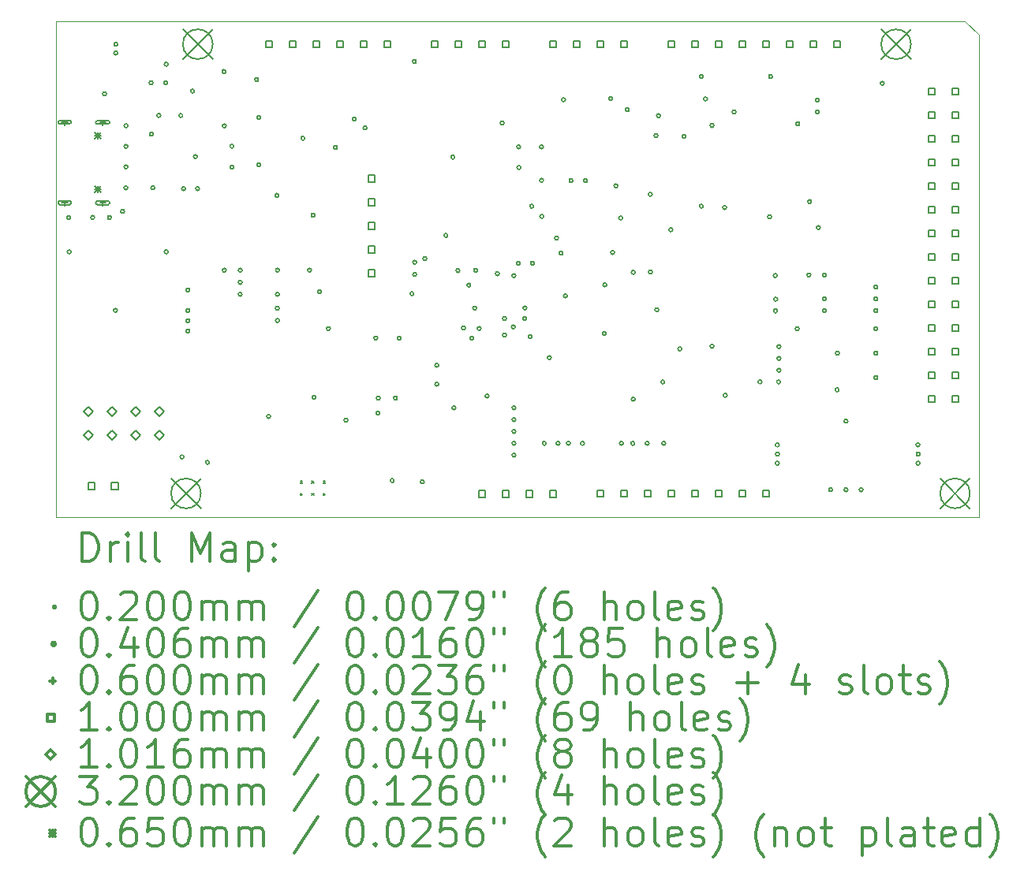
<source format=gbr>
%FSLAX45Y45*%
G04 Gerber Fmt 4.5, Leading zero omitted, Abs format (unit mm)*
G04 Created by KiCad (PCBNEW 5.1.10-88a1d61d58~88~ubuntu20.04.1) date 2021-05-27 22:44:10*
%MOMM*%
%LPD*%
G01*
G04 APERTURE LIST*
%TA.AperFunction,Profile*%
%ADD10C,0.100000*%
%TD*%
%ADD11C,0.200000*%
%ADD12C,0.300000*%
G04 APERTURE END LIST*
D10*
X9094000Y-11358000D02*
X9094000Y-6027000D01*
X18997000Y-11358000D02*
X9094000Y-11358000D01*
X18997000Y-6179000D02*
X18997000Y-11358000D01*
X18845000Y-6027000D02*
X18997000Y-6179000D01*
X9094000Y-6027000D02*
X18845000Y-6027000D01*
D11*
X11717900Y-10970850D02*
X11737900Y-10990850D01*
X11737900Y-10970850D02*
X11717900Y-10990850D01*
X11717900Y-11102850D02*
X11737900Y-11122850D01*
X11737900Y-11102850D02*
X11717900Y-11122850D01*
X11839900Y-10970850D02*
X11859900Y-10990850D01*
X11859900Y-10970850D02*
X11839900Y-10990850D01*
X11839900Y-11102850D02*
X11859900Y-11122850D01*
X11859900Y-11102850D02*
X11839900Y-11122850D01*
X11961900Y-10970850D02*
X11981900Y-10990850D01*
X11981900Y-10970850D02*
X11961900Y-10990850D01*
X11961900Y-11102850D02*
X11981900Y-11122850D01*
X11981900Y-11102850D02*
X11961900Y-11122850D01*
X9248360Y-8140673D02*
G75*
G03*
X9248360Y-8140673I-20320J0D01*
G01*
X9255619Y-8507500D02*
G75*
G03*
X9255619Y-8507500I-20320J0D01*
G01*
X9506320Y-8138000D02*
G75*
G03*
X9506320Y-8138000I-20320J0D01*
G01*
X9634321Y-6810751D02*
G75*
G03*
X9634321Y-6810751I-20320J0D01*
G01*
X9687320Y-8139000D02*
G75*
G03*
X9687320Y-8139000I-20320J0D01*
G01*
X9751281Y-9136357D02*
G75*
G03*
X9751281Y-9136357I-20320J0D01*
G01*
X9755320Y-6277720D02*
G75*
G03*
X9755320Y-6277720I-20320J0D01*
G01*
X9755320Y-6371720D02*
G75*
G03*
X9755320Y-6371720I-20320J0D01*
G01*
X9827480Y-8072100D02*
G75*
G03*
X9827480Y-8072100I-20320J0D01*
G01*
X9863039Y-7820000D02*
G75*
G03*
X9863039Y-7820000I-20320J0D01*
G01*
X9864560Y-7375000D02*
G75*
G03*
X9864560Y-7375000I-20320J0D01*
G01*
X9864561Y-7595000D02*
G75*
G03*
X9864561Y-7595000I-20320J0D01*
G01*
X9864890Y-7153030D02*
G75*
G03*
X9864890Y-7153030I-20320J0D01*
G01*
X10134130Y-6690750D02*
G75*
G03*
X10134130Y-6690750I-20320J0D01*
G01*
X10136670Y-7243200D02*
G75*
G03*
X10136670Y-7243200I-20320J0D01*
G01*
X10152926Y-7818510D02*
G75*
G03*
X10152926Y-7818510I-20320J0D01*
G01*
X10218320Y-7042750D02*
G75*
G03*
X10218320Y-7042750I-20320J0D01*
G01*
X10291620Y-6690750D02*
G75*
G03*
X10291620Y-6690750I-20320J0D01*
G01*
X10295820Y-8507498D02*
G75*
G03*
X10295820Y-8507498I-20320J0D01*
G01*
X10296320Y-6492000D02*
G75*
G03*
X10296320Y-6492000I-20320J0D01*
G01*
X10452320Y-7042750D02*
G75*
G03*
X10452320Y-7042750I-20320J0D01*
G01*
X10466870Y-10710300D02*
G75*
G03*
X10466870Y-10710300I-20320J0D01*
G01*
X10482800Y-7828260D02*
G75*
G03*
X10482800Y-7828260I-20320J0D01*
G01*
X10529320Y-8917500D02*
G75*
G03*
X10529320Y-8917500I-20320J0D01*
G01*
X10529320Y-9137000D02*
G75*
G03*
X10529320Y-9137000I-20320J0D01*
G01*
X10529320Y-9247000D02*
G75*
G03*
X10529320Y-9247000I-20320J0D01*
G01*
X10529320Y-9358000D02*
G75*
G03*
X10529320Y-9358000I-20320J0D01*
G01*
X10578630Y-6780920D02*
G75*
G03*
X10578630Y-6780920I-20320J0D01*
G01*
X10609803Y-7485000D02*
G75*
G03*
X10609803Y-7485000I-20320J0D01*
G01*
X10632660Y-7828260D02*
G75*
G03*
X10632660Y-7828260I-20320J0D01*
G01*
X10739920Y-10767450D02*
G75*
G03*
X10739920Y-10767450I-20320J0D01*
G01*
X10916320Y-6571000D02*
G75*
G03*
X10916320Y-6571000I-20320J0D01*
G01*
X10919320Y-8705000D02*
G75*
G03*
X10919320Y-8705000I-20320J0D01*
G01*
X10919680Y-7155160D02*
G75*
G03*
X10919680Y-7155160I-20320J0D01*
G01*
X11000960Y-7373600D02*
G75*
G03*
X11000960Y-7373600I-20320J0D01*
G01*
X11000960Y-7598358D02*
G75*
G03*
X11000960Y-7598358I-20320J0D01*
G01*
X11090320Y-8704000D02*
G75*
G03*
X11090320Y-8704000I-20320J0D01*
G01*
X11090320Y-8835000D02*
G75*
G03*
X11090320Y-8835000I-20320J0D01*
G01*
X11090320Y-8964000D02*
G75*
G03*
X11090320Y-8964000I-20320J0D01*
G01*
X11266620Y-6657320D02*
G75*
G03*
X11266620Y-6657320I-20320J0D01*
G01*
X11290320Y-7064500D02*
G75*
G03*
X11290320Y-7064500I-20320J0D01*
G01*
X11290518Y-7570220D02*
G75*
G03*
X11290518Y-7570220I-20320J0D01*
G01*
X11396319Y-10274750D02*
G75*
G03*
X11396319Y-10274750I-20320J0D01*
G01*
X11484350Y-7900000D02*
G75*
G03*
X11484350Y-7900000I-20320J0D01*
G01*
X11489320Y-8964000D02*
G75*
G03*
X11489320Y-8964000I-20320J0D01*
G01*
X11489320Y-9113500D02*
G75*
G03*
X11489320Y-9113500I-20320J0D01*
G01*
X11489320Y-9244433D02*
G75*
G03*
X11489320Y-9244433I-20320J0D01*
G01*
X11491605Y-8704000D02*
G75*
G03*
X11491605Y-8704000I-20320J0D01*
G01*
X11763320Y-7287500D02*
G75*
G03*
X11763320Y-7287500I-20320J0D01*
G01*
X11834090Y-8704000D02*
G75*
G03*
X11834090Y-8704000I-20320J0D01*
G01*
X11872320Y-8114000D02*
G75*
G03*
X11872320Y-8114000I-20320J0D01*
G01*
X11882060Y-10070800D02*
G75*
G03*
X11882060Y-10070800I-20320J0D01*
G01*
X11942320Y-8936000D02*
G75*
G03*
X11942320Y-8936000I-20320J0D01*
G01*
X12037280Y-9332300D02*
G75*
G03*
X12037280Y-9332300I-20320J0D01*
G01*
X12112720Y-7386299D02*
G75*
G03*
X12112720Y-7386299I-20320J0D01*
G01*
X12226319Y-10315500D02*
G75*
G03*
X12226319Y-10315500I-20320J0D01*
G01*
X12314140Y-7079820D02*
G75*
G03*
X12314140Y-7079820I-20320J0D01*
G01*
X12430320Y-7175000D02*
G75*
G03*
X12430320Y-7175000I-20320J0D01*
G01*
X12545280Y-9433540D02*
G75*
G03*
X12545280Y-9433540I-20320J0D01*
G01*
X12568720Y-10240400D02*
G75*
G03*
X12568720Y-10240400I-20320J0D01*
G01*
X12573800Y-10077840D02*
G75*
G03*
X12573800Y-10077840I-20320J0D01*
G01*
X12721120Y-10964300D02*
G75*
G03*
X12721120Y-10964300I-20320J0D01*
G01*
X12756680Y-10077840D02*
G75*
G03*
X12756680Y-10077840I-20320J0D01*
G01*
X12797320Y-9433950D02*
G75*
G03*
X12797320Y-9433950I-20320J0D01*
G01*
X12933320Y-8957249D02*
G75*
G03*
X12933320Y-8957249I-20320J0D01*
G01*
X12959820Y-6462500D02*
G75*
G03*
X12959820Y-6462500I-20320J0D01*
G01*
X12963320Y-8620000D02*
G75*
G03*
X12963320Y-8620000I-20320J0D01*
G01*
X12963320Y-8750000D02*
G75*
G03*
X12963320Y-8750000I-20320J0D01*
G01*
X13044970Y-10977000D02*
G75*
G03*
X13044970Y-10977000I-20320J0D01*
G01*
X13073320Y-8580000D02*
G75*
G03*
X13073320Y-8580000I-20320J0D01*
G01*
X13199842Y-9928840D02*
G75*
G03*
X13199842Y-9928840I-20320J0D01*
G01*
X13200600Y-9725640D02*
G75*
G03*
X13200600Y-9725640I-20320J0D01*
G01*
X13297320Y-8331000D02*
G75*
G03*
X13297320Y-8331000I-20320J0D01*
G01*
X13372070Y-7490250D02*
G75*
G03*
X13372070Y-7490250I-20320J0D01*
G01*
X13383480Y-10182840D02*
G75*
G03*
X13383480Y-10182840I-20320J0D01*
G01*
X13426320Y-8708000D02*
G75*
G03*
X13426320Y-8708000I-20320J0D01*
G01*
X13485320Y-9325000D02*
G75*
G03*
X13485320Y-9325000I-20320J0D01*
G01*
X13543320Y-8865000D02*
G75*
G03*
X13543320Y-8865000I-20320J0D01*
G01*
X13575320Y-9435000D02*
G75*
G03*
X13575320Y-9435000I-20320J0D01*
G01*
X13607320Y-9112000D02*
G75*
G03*
X13607320Y-9112000I-20320J0D01*
G01*
X13616320Y-8706000D02*
G75*
G03*
X13616320Y-8706000I-20320J0D01*
G01*
X13655260Y-9330000D02*
G75*
G03*
X13655260Y-9330000I-20320J0D01*
G01*
X13739841Y-10055840D02*
G75*
G03*
X13739841Y-10055840I-20320J0D01*
G01*
X13850320Y-8742000D02*
G75*
G03*
X13850320Y-8742000I-20320J0D01*
G01*
X13902220Y-7122550D02*
G75*
G03*
X13902220Y-7122550I-20320J0D01*
G01*
X13927320Y-9224000D02*
G75*
G03*
X13927320Y-9224000I-20320J0D01*
G01*
X13927320Y-9401000D02*
G75*
G03*
X13927320Y-9401000I-20320J0D01*
G01*
X14021320Y-9313000D02*
G75*
G03*
X14021320Y-9313000I-20320J0D01*
G01*
X14027320Y-8763000D02*
G75*
G03*
X14027320Y-8763000I-20320J0D01*
G01*
X14028320Y-10182840D02*
G75*
G03*
X14028320Y-10182840I-20320J0D01*
G01*
X14028320Y-10309840D02*
G75*
G03*
X14028320Y-10309840I-20320J0D01*
G01*
X14028320Y-10436840D02*
G75*
G03*
X14028320Y-10436840I-20320J0D01*
G01*
X14028320Y-10563840D02*
G75*
G03*
X14028320Y-10563840I-20320J0D01*
G01*
X14028320Y-10690840D02*
G75*
G03*
X14028320Y-10690840I-20320J0D01*
G01*
X14075320Y-8630000D02*
G75*
G03*
X14075320Y-8630000I-20320J0D01*
G01*
X14079320Y-7381000D02*
G75*
G03*
X14079320Y-7381000I-20320J0D01*
G01*
X14081320Y-7602000D02*
G75*
G03*
X14081320Y-7602000I-20320J0D01*
G01*
X14142320Y-9224000D02*
G75*
G03*
X14142320Y-9224000I-20320J0D01*
G01*
X14146320Y-9110000D02*
G75*
G03*
X14146320Y-9110000I-20320J0D01*
G01*
X14203320Y-9418000D02*
G75*
G03*
X14203320Y-9418000I-20320J0D01*
G01*
X14218320Y-8018000D02*
G75*
G03*
X14218320Y-8018000I-20320J0D01*
G01*
X14226070Y-8630040D02*
G75*
G03*
X14226070Y-8630040I-20320J0D01*
G01*
X14323320Y-7380000D02*
G75*
G03*
X14323320Y-7380000I-20320J0D01*
G01*
X14324320Y-7739000D02*
G75*
G03*
X14324320Y-7739000I-20320J0D01*
G01*
X14327320Y-8127000D02*
G75*
G03*
X14327320Y-8127000I-20320J0D01*
G01*
X14353760Y-10563840D02*
G75*
G03*
X14353760Y-10563840I-20320J0D01*
G01*
X14408320Y-9644000D02*
G75*
G03*
X14408320Y-9644000I-20320J0D01*
G01*
X14484320Y-8359000D02*
G75*
G03*
X14484320Y-8359000I-20320J0D01*
G01*
X14501080Y-10563840D02*
G75*
G03*
X14501080Y-10563840I-20320J0D01*
G01*
X14533320Y-8522000D02*
G75*
G03*
X14533320Y-8522000I-20320J0D01*
G01*
X14559320Y-6873000D02*
G75*
G03*
X14559320Y-6873000I-20320J0D01*
G01*
X14580320Y-8980000D02*
G75*
G03*
X14580320Y-8980000I-20320J0D01*
G01*
X14612840Y-10563840D02*
G75*
G03*
X14612840Y-10563840I-20320J0D01*
G01*
X14640320Y-7742000D02*
G75*
G03*
X14640320Y-7742000I-20320J0D01*
G01*
X14762700Y-10563840D02*
G75*
G03*
X14762700Y-10563840I-20320J0D01*
G01*
X14796320Y-7742000D02*
G75*
G03*
X14796320Y-7742000I-20320J0D01*
G01*
X14998920Y-9382740D02*
G75*
G03*
X14998920Y-9382740I-20320J0D01*
G01*
X15004071Y-8862000D02*
G75*
G03*
X15004071Y-8862000I-20320J0D01*
G01*
X15065320Y-6862000D02*
G75*
G03*
X15065320Y-6862000I-20320J0D01*
G01*
X15086320Y-8514000D02*
G75*
G03*
X15086320Y-8514000I-20320J0D01*
G01*
X15122320Y-7799000D02*
G75*
G03*
X15122320Y-7799000I-20320J0D01*
G01*
X15174180Y-8143220D02*
G75*
G03*
X15174180Y-8143220I-20320J0D01*
G01*
X15182320Y-10563840D02*
G75*
G03*
X15182320Y-10563840I-20320J0D01*
G01*
X15245320Y-6980000D02*
G75*
G03*
X15245320Y-6980000I-20320J0D01*
G01*
X15303720Y-10563840D02*
G75*
G03*
X15303720Y-10563840I-20320J0D01*
G01*
X15309320Y-8727000D02*
G75*
G03*
X15309320Y-8727000I-20320J0D01*
G01*
X15309320Y-10089000D02*
G75*
G03*
X15309320Y-10089000I-20320J0D01*
G01*
X15457320Y-10563840D02*
G75*
G03*
X15457320Y-10563840I-20320J0D01*
G01*
X15491320Y-7890000D02*
G75*
G03*
X15491320Y-7890000I-20320J0D01*
G01*
X15492320Y-8723000D02*
G75*
G03*
X15492320Y-8723000I-20320J0D01*
G01*
X15551320Y-7259000D02*
G75*
G03*
X15551320Y-7259000I-20320J0D01*
G01*
X15562320Y-9129000D02*
G75*
G03*
X15562320Y-9129000I-20320J0D01*
G01*
X15580320Y-7045000D02*
G75*
G03*
X15580320Y-7045000I-20320J0D01*
G01*
X15625320Y-9905000D02*
G75*
G03*
X15625320Y-9905000I-20320J0D01*
G01*
X15636460Y-10563840D02*
G75*
G03*
X15636460Y-10563840I-20320J0D01*
G01*
X15711320Y-8270000D02*
G75*
G03*
X15711320Y-8270000I-20320J0D01*
G01*
X15809320Y-9550000D02*
G75*
G03*
X15809320Y-9550000I-20320J0D01*
G01*
X15853320Y-7266000D02*
G75*
G03*
X15853320Y-7266000I-20320J0D01*
G01*
X16039320Y-6625000D02*
G75*
G03*
X16039320Y-6625000I-20320J0D01*
G01*
X16039320Y-8017000D02*
G75*
G03*
X16039320Y-8017000I-20320J0D01*
G01*
X16084320Y-6865000D02*
G75*
G03*
X16084320Y-6865000I-20320J0D01*
G01*
X16153320Y-7150000D02*
G75*
G03*
X16153320Y-7150000I-20320J0D01*
G01*
X16153820Y-9521500D02*
G75*
G03*
X16153820Y-9521500I-20320J0D01*
G01*
X16289240Y-8031460D02*
G75*
G03*
X16289240Y-8031460I-20320J0D01*
G01*
X16296320Y-10048000D02*
G75*
G03*
X16296320Y-10048000I-20320J0D01*
G01*
X16390320Y-7005000D02*
G75*
G03*
X16390320Y-7005000I-20320J0D01*
G01*
X16669320Y-9904000D02*
G75*
G03*
X16669320Y-9904000I-20320J0D01*
G01*
X16770320Y-8131000D02*
G75*
G03*
X16770320Y-8131000I-20320J0D01*
G01*
X16782320Y-6624000D02*
G75*
G03*
X16782320Y-6624000I-20320J0D01*
G01*
X16832320Y-8762000D02*
G75*
G03*
X16832320Y-8762000I-20320J0D01*
G01*
X16835320Y-9141000D02*
G75*
G03*
X16835320Y-9141000I-20320J0D01*
G01*
X16837320Y-9016000D02*
G75*
G03*
X16837320Y-9016000I-20320J0D01*
G01*
X16854960Y-10581200D02*
G75*
G03*
X16854960Y-10581200I-20320J0D01*
G01*
X16855960Y-10679200D02*
G75*
G03*
X16855960Y-10679200I-20320J0D01*
G01*
X16855960Y-10777200D02*
G75*
G03*
X16855960Y-10777200I-20320J0D01*
G01*
X16868320Y-9905000D02*
G75*
G03*
X16868320Y-9905000I-20320J0D01*
G01*
X16871320Y-9779000D02*
G75*
G03*
X16871320Y-9779000I-20320J0D01*
G01*
X16872239Y-9652857D02*
G75*
G03*
X16872239Y-9652857I-20320J0D01*
G01*
X16872320Y-9526000D02*
G75*
G03*
X16872320Y-9526000I-20320J0D01*
G01*
X17068320Y-9334000D02*
G75*
G03*
X17068320Y-9334000I-20320J0D01*
G01*
X17074320Y-7132000D02*
G75*
G03*
X17074320Y-7132000I-20320J0D01*
G01*
X17193320Y-8756000D02*
G75*
G03*
X17193320Y-8756000I-20320J0D01*
G01*
X17201100Y-7967960D02*
G75*
G03*
X17201100Y-7967960I-20320J0D01*
G01*
X17285320Y-6878000D02*
G75*
G03*
X17285320Y-6878000I-20320J0D01*
G01*
X17285320Y-7005000D02*
G75*
G03*
X17285320Y-7005000I-20320J0D01*
G01*
X17296320Y-8246000D02*
G75*
G03*
X17296320Y-8246000I-20320J0D01*
G01*
X17360320Y-8758000D02*
G75*
G03*
X17360320Y-8758000I-20320J0D01*
G01*
X17360320Y-9012000D02*
G75*
G03*
X17360320Y-9012000I-20320J0D01*
G01*
X17360320Y-9140000D02*
G75*
G03*
X17360320Y-9140000I-20320J0D01*
G01*
X17426320Y-11062000D02*
G75*
G03*
X17426320Y-11062000I-20320J0D01*
G01*
X17496570Y-9988090D02*
G75*
G03*
X17496570Y-9988090I-20320J0D01*
G01*
X17500810Y-9596101D02*
G75*
G03*
X17500810Y-9596101I-20320J0D01*
G01*
X17591320Y-10325000D02*
G75*
G03*
X17591320Y-10325000I-20320J0D01*
G01*
X17591320Y-11062000D02*
G75*
G03*
X17591320Y-11062000I-20320J0D01*
G01*
X17754320Y-11062000D02*
G75*
G03*
X17754320Y-11062000I-20320J0D01*
G01*
X17911569Y-9334000D02*
G75*
G03*
X17911569Y-9334000I-20320J0D01*
G01*
X17912290Y-9596099D02*
G75*
G03*
X17912290Y-9596099I-20320J0D01*
G01*
X17912290Y-8885000D02*
G75*
G03*
X17912290Y-8885000I-20320J0D01*
G01*
X17912290Y-9013000D02*
G75*
G03*
X17912290Y-9013000I-20320J0D01*
G01*
X17912290Y-9138900D02*
G75*
G03*
X17912290Y-9138900I-20320J0D01*
G01*
X17912570Y-9858000D02*
G75*
G03*
X17912570Y-9858000I-20320J0D01*
G01*
X17980880Y-6697960D02*
G75*
G03*
X17980880Y-6697960I-20320J0D01*
G01*
X18363800Y-10581200D02*
G75*
G03*
X18363800Y-10581200I-20320J0D01*
G01*
X18364800Y-10777200D02*
G75*
G03*
X18364800Y-10777200I-20320J0D01*
G01*
X18365800Y-10679200D02*
G75*
G03*
X18365800Y-10679200I-20320J0D01*
G01*
X9186500Y-7086000D02*
X9186500Y-7146000D01*
X9156500Y-7116000D02*
X9216500Y-7116000D01*
X9236500Y-7096000D02*
X9136500Y-7096000D01*
X9236500Y-7136000D02*
X9136500Y-7136000D01*
X9136500Y-7096000D02*
G75*
G03*
X9136500Y-7136000I0J-20000D01*
G01*
X9236500Y-7136000D02*
G75*
G03*
X9236500Y-7096000I0J20000D01*
G01*
X9186500Y-7950000D02*
X9186500Y-8010000D01*
X9156500Y-7980000D02*
X9216500Y-7980000D01*
X9236500Y-7960000D02*
X9136500Y-7960000D01*
X9236500Y-8000000D02*
X9136500Y-8000000D01*
X9136500Y-7960000D02*
G75*
G03*
X9136500Y-8000000I0J-20000D01*
G01*
X9236500Y-8000000D02*
G75*
G03*
X9236500Y-7960000I0J20000D01*
G01*
X9594500Y-7086000D02*
X9594500Y-7146000D01*
X9564500Y-7116000D02*
X9624500Y-7116000D01*
X9649500Y-7096000D02*
X9539500Y-7096000D01*
X9649500Y-7136000D02*
X9539500Y-7136000D01*
X9539500Y-7096000D02*
G75*
G03*
X9539500Y-7136000I0J-20000D01*
G01*
X9649500Y-7136000D02*
G75*
G03*
X9649500Y-7096000I0J20000D01*
G01*
X9594500Y-7950000D02*
X9594500Y-8010000D01*
X9564500Y-7980000D02*
X9624500Y-7980000D01*
X9649500Y-7960000D02*
X9539500Y-7960000D01*
X9649500Y-8000000D02*
X9539500Y-8000000D01*
X9539500Y-7960000D02*
G75*
G03*
X9539500Y-8000000I0J-20000D01*
G01*
X9649500Y-8000000D02*
G75*
G03*
X9649500Y-7960000I0J20000D01*
G01*
X9510356Y-11056806D02*
X9510356Y-10986094D01*
X9439644Y-10986094D01*
X9439644Y-11056806D01*
X9510356Y-11056806D01*
X9760356Y-11056806D02*
X9760356Y-10986094D01*
X9689644Y-10986094D01*
X9689644Y-11056806D01*
X9760356Y-11056806D01*
X11415356Y-6313356D02*
X11415356Y-6242644D01*
X11344644Y-6242644D01*
X11344644Y-6313356D01*
X11415356Y-6313356D01*
X11669356Y-6313356D02*
X11669356Y-6242644D01*
X11598644Y-6242644D01*
X11598644Y-6313356D01*
X11669356Y-6313356D01*
X11923356Y-6313356D02*
X11923356Y-6242644D01*
X11852644Y-6242644D01*
X11852644Y-6313356D01*
X11923356Y-6313356D01*
X12177356Y-6313356D02*
X12177356Y-6242644D01*
X12106644Y-6242644D01*
X12106644Y-6313356D01*
X12177356Y-6313356D01*
X12431356Y-6313356D02*
X12431356Y-6242644D01*
X12360644Y-6242644D01*
X12360644Y-6313356D01*
X12431356Y-6313356D01*
X12513906Y-7754806D02*
X12513906Y-7684094D01*
X12443194Y-7684094D01*
X12443194Y-7754806D01*
X12513906Y-7754806D01*
X12513906Y-8008806D02*
X12513906Y-7938094D01*
X12443194Y-7938094D01*
X12443194Y-8008806D01*
X12513906Y-8008806D01*
X12513906Y-8262806D02*
X12513906Y-8192094D01*
X12443194Y-8192094D01*
X12443194Y-8262806D01*
X12513906Y-8262806D01*
X12513906Y-8516806D02*
X12513906Y-8446094D01*
X12443194Y-8446094D01*
X12443194Y-8516806D01*
X12513906Y-8516806D01*
X12513906Y-8770806D02*
X12513906Y-8700094D01*
X12443194Y-8700094D01*
X12443194Y-8770806D01*
X12513906Y-8770806D01*
X12685356Y-6313356D02*
X12685356Y-6242644D01*
X12614644Y-6242644D01*
X12614644Y-6313356D01*
X12685356Y-6313356D01*
X13193356Y-6313356D02*
X13193356Y-6242644D01*
X13122644Y-6242644D01*
X13122644Y-6313356D01*
X13193356Y-6313356D01*
X13447356Y-6313356D02*
X13447356Y-6242644D01*
X13376644Y-6242644D01*
X13376644Y-6313356D01*
X13447356Y-6313356D01*
X13701356Y-6313356D02*
X13701356Y-6242644D01*
X13630644Y-6242644D01*
X13630644Y-6313356D01*
X13701356Y-6313356D01*
X13701356Y-11142756D02*
X13701356Y-11072044D01*
X13630644Y-11072044D01*
X13630644Y-11142756D01*
X13701356Y-11142756D01*
X13955356Y-6313356D02*
X13955356Y-6242644D01*
X13884644Y-6242644D01*
X13884644Y-6313356D01*
X13955356Y-6313356D01*
X13955356Y-11142756D02*
X13955356Y-11072044D01*
X13884644Y-11072044D01*
X13884644Y-11142756D01*
X13955356Y-11142756D01*
X14209356Y-11142756D02*
X14209356Y-11072044D01*
X14138644Y-11072044D01*
X14138644Y-11142756D01*
X14209356Y-11142756D01*
X14463356Y-6313356D02*
X14463356Y-6242644D01*
X14392644Y-6242644D01*
X14392644Y-6313356D01*
X14463356Y-6313356D01*
X14463356Y-11142756D02*
X14463356Y-11072044D01*
X14392644Y-11072044D01*
X14392644Y-11142756D01*
X14463356Y-11142756D01*
X14717356Y-6313356D02*
X14717356Y-6242644D01*
X14646644Y-6242644D01*
X14646644Y-6313356D01*
X14717356Y-6313356D01*
X14971356Y-6313356D02*
X14971356Y-6242644D01*
X14900644Y-6242644D01*
X14900644Y-6313356D01*
X14971356Y-6313356D01*
X14971356Y-11139356D02*
X14971356Y-11068644D01*
X14900644Y-11068644D01*
X14900644Y-11139356D01*
X14971356Y-11139356D01*
X15225356Y-6313356D02*
X15225356Y-6242644D01*
X15154644Y-6242644D01*
X15154644Y-6313356D01*
X15225356Y-6313356D01*
X15225356Y-11139356D02*
X15225356Y-11068644D01*
X15154644Y-11068644D01*
X15154644Y-11139356D01*
X15225356Y-11139356D01*
X15479356Y-11139356D02*
X15479356Y-11068644D01*
X15408644Y-11068644D01*
X15408644Y-11139356D01*
X15479356Y-11139356D01*
X15733356Y-6313356D02*
X15733356Y-6242644D01*
X15662644Y-6242644D01*
X15662644Y-6313356D01*
X15733356Y-6313356D01*
X15733356Y-11139356D02*
X15733356Y-11068644D01*
X15662644Y-11068644D01*
X15662644Y-11139356D01*
X15733356Y-11139356D01*
X15987356Y-6313356D02*
X15987356Y-6242644D01*
X15916644Y-6242644D01*
X15916644Y-6313356D01*
X15987356Y-6313356D01*
X15987356Y-11139356D02*
X15987356Y-11068644D01*
X15916644Y-11068644D01*
X15916644Y-11139356D01*
X15987356Y-11139356D01*
X16241356Y-6313356D02*
X16241356Y-6242644D01*
X16170644Y-6242644D01*
X16170644Y-6313356D01*
X16241356Y-6313356D01*
X16241356Y-11139356D02*
X16241356Y-11068644D01*
X16170644Y-11068644D01*
X16170644Y-11139356D01*
X16241356Y-11139356D01*
X16495356Y-6313356D02*
X16495356Y-6242644D01*
X16424644Y-6242644D01*
X16424644Y-6313356D01*
X16495356Y-6313356D01*
X16495356Y-11139356D02*
X16495356Y-11068644D01*
X16424644Y-11068644D01*
X16424644Y-11139356D01*
X16495356Y-11139356D01*
X16749356Y-6313356D02*
X16749356Y-6242644D01*
X16678644Y-6242644D01*
X16678644Y-6313356D01*
X16749356Y-6313356D01*
X16749356Y-11139356D02*
X16749356Y-11068644D01*
X16678644Y-11068644D01*
X16678644Y-11139356D01*
X16749356Y-11139356D01*
X17003356Y-6313356D02*
X17003356Y-6242644D01*
X16932644Y-6242644D01*
X16932644Y-6313356D01*
X17003356Y-6313356D01*
X17257356Y-6313356D02*
X17257356Y-6242644D01*
X17186644Y-6242644D01*
X17186644Y-6313356D01*
X17257356Y-6313356D01*
X17511356Y-6313356D02*
X17511356Y-6242644D01*
X17440644Y-6242644D01*
X17440644Y-6313356D01*
X17511356Y-6313356D01*
X18527356Y-6821356D02*
X18527356Y-6750644D01*
X18456644Y-6750644D01*
X18456644Y-6821356D01*
X18527356Y-6821356D01*
X18527356Y-7075356D02*
X18527356Y-7004644D01*
X18456644Y-7004644D01*
X18456644Y-7075356D01*
X18527356Y-7075356D01*
X18527356Y-7329356D02*
X18527356Y-7258644D01*
X18456644Y-7258644D01*
X18456644Y-7329356D01*
X18527356Y-7329356D01*
X18527356Y-7583356D02*
X18527356Y-7512644D01*
X18456644Y-7512644D01*
X18456644Y-7583356D01*
X18527356Y-7583356D01*
X18527356Y-7837356D02*
X18527356Y-7766644D01*
X18456644Y-7766644D01*
X18456644Y-7837356D01*
X18527356Y-7837356D01*
X18527356Y-8091356D02*
X18527356Y-8020644D01*
X18456644Y-8020644D01*
X18456644Y-8091356D01*
X18527356Y-8091356D01*
X18527356Y-8345356D02*
X18527356Y-8274644D01*
X18456644Y-8274644D01*
X18456644Y-8345356D01*
X18527356Y-8345356D01*
X18527356Y-8599356D02*
X18527356Y-8528644D01*
X18456644Y-8528644D01*
X18456644Y-8599356D01*
X18527356Y-8599356D01*
X18527356Y-8853356D02*
X18527356Y-8782644D01*
X18456644Y-8782644D01*
X18456644Y-8853356D01*
X18527356Y-8853356D01*
X18527356Y-9107356D02*
X18527356Y-9036644D01*
X18456644Y-9036644D01*
X18456644Y-9107356D01*
X18527356Y-9107356D01*
X18527356Y-9361356D02*
X18527356Y-9290644D01*
X18456644Y-9290644D01*
X18456644Y-9361356D01*
X18527356Y-9361356D01*
X18527356Y-9615356D02*
X18527356Y-9544644D01*
X18456644Y-9544644D01*
X18456644Y-9615356D01*
X18527356Y-9615356D01*
X18527356Y-9869356D02*
X18527356Y-9798644D01*
X18456644Y-9798644D01*
X18456644Y-9869356D01*
X18527356Y-9869356D01*
X18527356Y-10123356D02*
X18527356Y-10052644D01*
X18456644Y-10052644D01*
X18456644Y-10123356D01*
X18527356Y-10123356D01*
X18781356Y-6821356D02*
X18781356Y-6750644D01*
X18710644Y-6750644D01*
X18710644Y-6821356D01*
X18781356Y-6821356D01*
X18781356Y-7075356D02*
X18781356Y-7004644D01*
X18710644Y-7004644D01*
X18710644Y-7075356D01*
X18781356Y-7075356D01*
X18781356Y-7329356D02*
X18781356Y-7258644D01*
X18710644Y-7258644D01*
X18710644Y-7329356D01*
X18781356Y-7329356D01*
X18781356Y-7583356D02*
X18781356Y-7512644D01*
X18710644Y-7512644D01*
X18710644Y-7583356D01*
X18781356Y-7583356D01*
X18781356Y-7837356D02*
X18781356Y-7766644D01*
X18710644Y-7766644D01*
X18710644Y-7837356D01*
X18781356Y-7837356D01*
X18781356Y-8091356D02*
X18781356Y-8020644D01*
X18710644Y-8020644D01*
X18710644Y-8091356D01*
X18781356Y-8091356D01*
X18781356Y-8345356D02*
X18781356Y-8274644D01*
X18710644Y-8274644D01*
X18710644Y-8345356D01*
X18781356Y-8345356D01*
X18781356Y-8599356D02*
X18781356Y-8528644D01*
X18710644Y-8528644D01*
X18710644Y-8599356D01*
X18781356Y-8599356D01*
X18781356Y-8853356D02*
X18781356Y-8782644D01*
X18710644Y-8782644D01*
X18710644Y-8853356D01*
X18781356Y-8853356D01*
X18781356Y-9107356D02*
X18781356Y-9036644D01*
X18710644Y-9036644D01*
X18710644Y-9107356D01*
X18781356Y-9107356D01*
X18781356Y-9361356D02*
X18781356Y-9290644D01*
X18710644Y-9290644D01*
X18710644Y-9361356D01*
X18781356Y-9361356D01*
X18781356Y-9615356D02*
X18781356Y-9544644D01*
X18710644Y-9544644D01*
X18710644Y-9615356D01*
X18781356Y-9615356D01*
X18781356Y-9869356D02*
X18781356Y-9798644D01*
X18710644Y-9798644D01*
X18710644Y-9869356D01*
X18781356Y-9869356D01*
X18781356Y-10123356D02*
X18781356Y-10052644D01*
X18710644Y-10052644D01*
X18710644Y-10123356D01*
X18781356Y-10123356D01*
X9436900Y-10272150D02*
X9487700Y-10221350D01*
X9436900Y-10170550D01*
X9386100Y-10221350D01*
X9436900Y-10272150D01*
X9436900Y-10526150D02*
X9487700Y-10475350D01*
X9436900Y-10424550D01*
X9386100Y-10475350D01*
X9436900Y-10526150D01*
X9690900Y-10272150D02*
X9741700Y-10221350D01*
X9690900Y-10170550D01*
X9640100Y-10221350D01*
X9690900Y-10272150D01*
X9690900Y-10526150D02*
X9741700Y-10475350D01*
X9690900Y-10424550D01*
X9640100Y-10475350D01*
X9690900Y-10526150D01*
X9944900Y-10272150D02*
X9995700Y-10221350D01*
X9944900Y-10170550D01*
X9894100Y-10221350D01*
X9944900Y-10272150D01*
X9944900Y-10526150D02*
X9995700Y-10475350D01*
X9944900Y-10424550D01*
X9894100Y-10475350D01*
X9944900Y-10526150D01*
X10198900Y-10272150D02*
X10249700Y-10221350D01*
X10198900Y-10170550D01*
X10148100Y-10221350D01*
X10198900Y-10272150D01*
X10198900Y-10526150D02*
X10249700Y-10475350D01*
X10198900Y-10424550D01*
X10148100Y-10475350D01*
X10198900Y-10526150D01*
X10328000Y-10942000D02*
X10648000Y-11262000D01*
X10648000Y-10942000D02*
X10328000Y-11262000D01*
X10648000Y-11102000D02*
G75*
G03*
X10648000Y-11102000I-160000J0D01*
G01*
X10455000Y-6117000D02*
X10775000Y-6437000D01*
X10775000Y-6117000D02*
X10455000Y-6437000D01*
X10775000Y-6277000D02*
G75*
G03*
X10775000Y-6277000I-160000J0D01*
G01*
X17949000Y-6118000D02*
X18269000Y-6438000D01*
X18269000Y-6118000D02*
X17949000Y-6438000D01*
X18269000Y-6278000D02*
G75*
G03*
X18269000Y-6278000I-160000J0D01*
G01*
X18582000Y-10941000D02*
X18902000Y-11261000D01*
X18902000Y-10941000D02*
X18582000Y-11261000D01*
X18902000Y-11101000D02*
G75*
G03*
X18902000Y-11101000I-160000J0D01*
G01*
X9512000Y-7226500D02*
X9577000Y-7291500D01*
X9577000Y-7226500D02*
X9512000Y-7291500D01*
X9544500Y-7226500D02*
X9544500Y-7291500D01*
X9512000Y-7259000D02*
X9577000Y-7259000D01*
X9512000Y-7804500D02*
X9577000Y-7869500D01*
X9577000Y-7804500D02*
X9512000Y-7869500D01*
X9544500Y-7804500D02*
X9544500Y-7869500D01*
X9512000Y-7837000D02*
X9577000Y-7837000D01*
D12*
X9375428Y-11828714D02*
X9375428Y-11528714D01*
X9446857Y-11528714D01*
X9489714Y-11543000D01*
X9518286Y-11571571D01*
X9532571Y-11600143D01*
X9546857Y-11657286D01*
X9546857Y-11700143D01*
X9532571Y-11757286D01*
X9518286Y-11785857D01*
X9489714Y-11814429D01*
X9446857Y-11828714D01*
X9375428Y-11828714D01*
X9675428Y-11828714D02*
X9675428Y-11628714D01*
X9675428Y-11685857D02*
X9689714Y-11657286D01*
X9704000Y-11643000D01*
X9732571Y-11628714D01*
X9761143Y-11628714D01*
X9861143Y-11828714D02*
X9861143Y-11628714D01*
X9861143Y-11528714D02*
X9846857Y-11543000D01*
X9861143Y-11557286D01*
X9875428Y-11543000D01*
X9861143Y-11528714D01*
X9861143Y-11557286D01*
X10046857Y-11828714D02*
X10018286Y-11814429D01*
X10004000Y-11785857D01*
X10004000Y-11528714D01*
X10204000Y-11828714D02*
X10175428Y-11814429D01*
X10161143Y-11785857D01*
X10161143Y-11528714D01*
X10546857Y-11828714D02*
X10546857Y-11528714D01*
X10646857Y-11743000D01*
X10746857Y-11528714D01*
X10746857Y-11828714D01*
X11018286Y-11828714D02*
X11018286Y-11671571D01*
X11004000Y-11643000D01*
X10975428Y-11628714D01*
X10918286Y-11628714D01*
X10889714Y-11643000D01*
X11018286Y-11814429D02*
X10989714Y-11828714D01*
X10918286Y-11828714D01*
X10889714Y-11814429D01*
X10875428Y-11785857D01*
X10875428Y-11757286D01*
X10889714Y-11728714D01*
X10918286Y-11714429D01*
X10989714Y-11714429D01*
X11018286Y-11700143D01*
X11161143Y-11628714D02*
X11161143Y-11928714D01*
X11161143Y-11643000D02*
X11189714Y-11628714D01*
X11246857Y-11628714D01*
X11275428Y-11643000D01*
X11289714Y-11657286D01*
X11304000Y-11685857D01*
X11304000Y-11771571D01*
X11289714Y-11800143D01*
X11275428Y-11814429D01*
X11246857Y-11828714D01*
X11189714Y-11828714D01*
X11161143Y-11814429D01*
X11432571Y-11800143D02*
X11446857Y-11814429D01*
X11432571Y-11828714D01*
X11418286Y-11814429D01*
X11432571Y-11800143D01*
X11432571Y-11828714D01*
X11432571Y-11643000D02*
X11446857Y-11657286D01*
X11432571Y-11671571D01*
X11418286Y-11657286D01*
X11432571Y-11643000D01*
X11432571Y-11671571D01*
X9069000Y-12313000D02*
X9089000Y-12333000D01*
X9089000Y-12313000D02*
X9069000Y-12333000D01*
X9432571Y-12158714D02*
X9461143Y-12158714D01*
X9489714Y-12173000D01*
X9504000Y-12187286D01*
X9518286Y-12215857D01*
X9532571Y-12273000D01*
X9532571Y-12344429D01*
X9518286Y-12401571D01*
X9504000Y-12430143D01*
X9489714Y-12444429D01*
X9461143Y-12458714D01*
X9432571Y-12458714D01*
X9404000Y-12444429D01*
X9389714Y-12430143D01*
X9375428Y-12401571D01*
X9361143Y-12344429D01*
X9361143Y-12273000D01*
X9375428Y-12215857D01*
X9389714Y-12187286D01*
X9404000Y-12173000D01*
X9432571Y-12158714D01*
X9661143Y-12430143D02*
X9675428Y-12444429D01*
X9661143Y-12458714D01*
X9646857Y-12444429D01*
X9661143Y-12430143D01*
X9661143Y-12458714D01*
X9789714Y-12187286D02*
X9804000Y-12173000D01*
X9832571Y-12158714D01*
X9904000Y-12158714D01*
X9932571Y-12173000D01*
X9946857Y-12187286D01*
X9961143Y-12215857D01*
X9961143Y-12244429D01*
X9946857Y-12287286D01*
X9775428Y-12458714D01*
X9961143Y-12458714D01*
X10146857Y-12158714D02*
X10175428Y-12158714D01*
X10204000Y-12173000D01*
X10218286Y-12187286D01*
X10232571Y-12215857D01*
X10246857Y-12273000D01*
X10246857Y-12344429D01*
X10232571Y-12401571D01*
X10218286Y-12430143D01*
X10204000Y-12444429D01*
X10175428Y-12458714D01*
X10146857Y-12458714D01*
X10118286Y-12444429D01*
X10104000Y-12430143D01*
X10089714Y-12401571D01*
X10075428Y-12344429D01*
X10075428Y-12273000D01*
X10089714Y-12215857D01*
X10104000Y-12187286D01*
X10118286Y-12173000D01*
X10146857Y-12158714D01*
X10432571Y-12158714D02*
X10461143Y-12158714D01*
X10489714Y-12173000D01*
X10504000Y-12187286D01*
X10518286Y-12215857D01*
X10532571Y-12273000D01*
X10532571Y-12344429D01*
X10518286Y-12401571D01*
X10504000Y-12430143D01*
X10489714Y-12444429D01*
X10461143Y-12458714D01*
X10432571Y-12458714D01*
X10404000Y-12444429D01*
X10389714Y-12430143D01*
X10375428Y-12401571D01*
X10361143Y-12344429D01*
X10361143Y-12273000D01*
X10375428Y-12215857D01*
X10389714Y-12187286D01*
X10404000Y-12173000D01*
X10432571Y-12158714D01*
X10661143Y-12458714D02*
X10661143Y-12258714D01*
X10661143Y-12287286D02*
X10675428Y-12273000D01*
X10704000Y-12258714D01*
X10746857Y-12258714D01*
X10775428Y-12273000D01*
X10789714Y-12301571D01*
X10789714Y-12458714D01*
X10789714Y-12301571D02*
X10804000Y-12273000D01*
X10832571Y-12258714D01*
X10875428Y-12258714D01*
X10904000Y-12273000D01*
X10918286Y-12301571D01*
X10918286Y-12458714D01*
X11061143Y-12458714D02*
X11061143Y-12258714D01*
X11061143Y-12287286D02*
X11075428Y-12273000D01*
X11104000Y-12258714D01*
X11146857Y-12258714D01*
X11175428Y-12273000D01*
X11189714Y-12301571D01*
X11189714Y-12458714D01*
X11189714Y-12301571D02*
X11204000Y-12273000D01*
X11232571Y-12258714D01*
X11275428Y-12258714D01*
X11304000Y-12273000D01*
X11318286Y-12301571D01*
X11318286Y-12458714D01*
X11904000Y-12144429D02*
X11646857Y-12530143D01*
X12289714Y-12158714D02*
X12318286Y-12158714D01*
X12346857Y-12173000D01*
X12361143Y-12187286D01*
X12375428Y-12215857D01*
X12389714Y-12273000D01*
X12389714Y-12344429D01*
X12375428Y-12401571D01*
X12361143Y-12430143D01*
X12346857Y-12444429D01*
X12318286Y-12458714D01*
X12289714Y-12458714D01*
X12261143Y-12444429D01*
X12246857Y-12430143D01*
X12232571Y-12401571D01*
X12218286Y-12344429D01*
X12218286Y-12273000D01*
X12232571Y-12215857D01*
X12246857Y-12187286D01*
X12261143Y-12173000D01*
X12289714Y-12158714D01*
X12518286Y-12430143D02*
X12532571Y-12444429D01*
X12518286Y-12458714D01*
X12504000Y-12444429D01*
X12518286Y-12430143D01*
X12518286Y-12458714D01*
X12718286Y-12158714D02*
X12746857Y-12158714D01*
X12775428Y-12173000D01*
X12789714Y-12187286D01*
X12804000Y-12215857D01*
X12818286Y-12273000D01*
X12818286Y-12344429D01*
X12804000Y-12401571D01*
X12789714Y-12430143D01*
X12775428Y-12444429D01*
X12746857Y-12458714D01*
X12718286Y-12458714D01*
X12689714Y-12444429D01*
X12675428Y-12430143D01*
X12661143Y-12401571D01*
X12646857Y-12344429D01*
X12646857Y-12273000D01*
X12661143Y-12215857D01*
X12675428Y-12187286D01*
X12689714Y-12173000D01*
X12718286Y-12158714D01*
X13004000Y-12158714D02*
X13032571Y-12158714D01*
X13061143Y-12173000D01*
X13075428Y-12187286D01*
X13089714Y-12215857D01*
X13104000Y-12273000D01*
X13104000Y-12344429D01*
X13089714Y-12401571D01*
X13075428Y-12430143D01*
X13061143Y-12444429D01*
X13032571Y-12458714D01*
X13004000Y-12458714D01*
X12975428Y-12444429D01*
X12961143Y-12430143D01*
X12946857Y-12401571D01*
X12932571Y-12344429D01*
X12932571Y-12273000D01*
X12946857Y-12215857D01*
X12961143Y-12187286D01*
X12975428Y-12173000D01*
X13004000Y-12158714D01*
X13204000Y-12158714D02*
X13404000Y-12158714D01*
X13275428Y-12458714D01*
X13532571Y-12458714D02*
X13589714Y-12458714D01*
X13618286Y-12444429D01*
X13632571Y-12430143D01*
X13661143Y-12387286D01*
X13675428Y-12330143D01*
X13675428Y-12215857D01*
X13661143Y-12187286D01*
X13646857Y-12173000D01*
X13618286Y-12158714D01*
X13561143Y-12158714D01*
X13532571Y-12173000D01*
X13518286Y-12187286D01*
X13504000Y-12215857D01*
X13504000Y-12287286D01*
X13518286Y-12315857D01*
X13532571Y-12330143D01*
X13561143Y-12344429D01*
X13618286Y-12344429D01*
X13646857Y-12330143D01*
X13661143Y-12315857D01*
X13675428Y-12287286D01*
X13789714Y-12158714D02*
X13789714Y-12215857D01*
X13904000Y-12158714D02*
X13904000Y-12215857D01*
X14346857Y-12573000D02*
X14332571Y-12558714D01*
X14304000Y-12515857D01*
X14289714Y-12487286D01*
X14275428Y-12444429D01*
X14261143Y-12373000D01*
X14261143Y-12315857D01*
X14275428Y-12244429D01*
X14289714Y-12201571D01*
X14304000Y-12173000D01*
X14332571Y-12130143D01*
X14346857Y-12115857D01*
X14589714Y-12158714D02*
X14532571Y-12158714D01*
X14504000Y-12173000D01*
X14489714Y-12187286D01*
X14461143Y-12230143D01*
X14446857Y-12287286D01*
X14446857Y-12401571D01*
X14461143Y-12430143D01*
X14475428Y-12444429D01*
X14504000Y-12458714D01*
X14561143Y-12458714D01*
X14589714Y-12444429D01*
X14604000Y-12430143D01*
X14618286Y-12401571D01*
X14618286Y-12330143D01*
X14604000Y-12301571D01*
X14589714Y-12287286D01*
X14561143Y-12273000D01*
X14504000Y-12273000D01*
X14475428Y-12287286D01*
X14461143Y-12301571D01*
X14446857Y-12330143D01*
X14975428Y-12458714D02*
X14975428Y-12158714D01*
X15104000Y-12458714D02*
X15104000Y-12301571D01*
X15089714Y-12273000D01*
X15061143Y-12258714D01*
X15018286Y-12258714D01*
X14989714Y-12273000D01*
X14975428Y-12287286D01*
X15289714Y-12458714D02*
X15261143Y-12444429D01*
X15246857Y-12430143D01*
X15232571Y-12401571D01*
X15232571Y-12315857D01*
X15246857Y-12287286D01*
X15261143Y-12273000D01*
X15289714Y-12258714D01*
X15332571Y-12258714D01*
X15361143Y-12273000D01*
X15375428Y-12287286D01*
X15389714Y-12315857D01*
X15389714Y-12401571D01*
X15375428Y-12430143D01*
X15361143Y-12444429D01*
X15332571Y-12458714D01*
X15289714Y-12458714D01*
X15561143Y-12458714D02*
X15532571Y-12444429D01*
X15518286Y-12415857D01*
X15518286Y-12158714D01*
X15789714Y-12444429D02*
X15761143Y-12458714D01*
X15704000Y-12458714D01*
X15675428Y-12444429D01*
X15661143Y-12415857D01*
X15661143Y-12301571D01*
X15675428Y-12273000D01*
X15704000Y-12258714D01*
X15761143Y-12258714D01*
X15789714Y-12273000D01*
X15804000Y-12301571D01*
X15804000Y-12330143D01*
X15661143Y-12358714D01*
X15918286Y-12444429D02*
X15946857Y-12458714D01*
X16004000Y-12458714D01*
X16032571Y-12444429D01*
X16046857Y-12415857D01*
X16046857Y-12401571D01*
X16032571Y-12373000D01*
X16004000Y-12358714D01*
X15961143Y-12358714D01*
X15932571Y-12344429D01*
X15918286Y-12315857D01*
X15918286Y-12301571D01*
X15932571Y-12273000D01*
X15961143Y-12258714D01*
X16004000Y-12258714D01*
X16032571Y-12273000D01*
X16146857Y-12573000D02*
X16161143Y-12558714D01*
X16189714Y-12515857D01*
X16204000Y-12487286D01*
X16218286Y-12444429D01*
X16232571Y-12373000D01*
X16232571Y-12315857D01*
X16218286Y-12244429D01*
X16204000Y-12201571D01*
X16189714Y-12173000D01*
X16161143Y-12130143D01*
X16146857Y-12115857D01*
X9089000Y-12719000D02*
G75*
G03*
X9089000Y-12719000I-20320J0D01*
G01*
X9432571Y-12554714D02*
X9461143Y-12554714D01*
X9489714Y-12569000D01*
X9504000Y-12583286D01*
X9518286Y-12611857D01*
X9532571Y-12669000D01*
X9532571Y-12740429D01*
X9518286Y-12797571D01*
X9504000Y-12826143D01*
X9489714Y-12840429D01*
X9461143Y-12854714D01*
X9432571Y-12854714D01*
X9404000Y-12840429D01*
X9389714Y-12826143D01*
X9375428Y-12797571D01*
X9361143Y-12740429D01*
X9361143Y-12669000D01*
X9375428Y-12611857D01*
X9389714Y-12583286D01*
X9404000Y-12569000D01*
X9432571Y-12554714D01*
X9661143Y-12826143D02*
X9675428Y-12840429D01*
X9661143Y-12854714D01*
X9646857Y-12840429D01*
X9661143Y-12826143D01*
X9661143Y-12854714D01*
X9932571Y-12654714D02*
X9932571Y-12854714D01*
X9861143Y-12540429D02*
X9789714Y-12754714D01*
X9975428Y-12754714D01*
X10146857Y-12554714D02*
X10175428Y-12554714D01*
X10204000Y-12569000D01*
X10218286Y-12583286D01*
X10232571Y-12611857D01*
X10246857Y-12669000D01*
X10246857Y-12740429D01*
X10232571Y-12797571D01*
X10218286Y-12826143D01*
X10204000Y-12840429D01*
X10175428Y-12854714D01*
X10146857Y-12854714D01*
X10118286Y-12840429D01*
X10104000Y-12826143D01*
X10089714Y-12797571D01*
X10075428Y-12740429D01*
X10075428Y-12669000D01*
X10089714Y-12611857D01*
X10104000Y-12583286D01*
X10118286Y-12569000D01*
X10146857Y-12554714D01*
X10504000Y-12554714D02*
X10446857Y-12554714D01*
X10418286Y-12569000D01*
X10404000Y-12583286D01*
X10375428Y-12626143D01*
X10361143Y-12683286D01*
X10361143Y-12797571D01*
X10375428Y-12826143D01*
X10389714Y-12840429D01*
X10418286Y-12854714D01*
X10475428Y-12854714D01*
X10504000Y-12840429D01*
X10518286Y-12826143D01*
X10532571Y-12797571D01*
X10532571Y-12726143D01*
X10518286Y-12697571D01*
X10504000Y-12683286D01*
X10475428Y-12669000D01*
X10418286Y-12669000D01*
X10389714Y-12683286D01*
X10375428Y-12697571D01*
X10361143Y-12726143D01*
X10661143Y-12854714D02*
X10661143Y-12654714D01*
X10661143Y-12683286D02*
X10675428Y-12669000D01*
X10704000Y-12654714D01*
X10746857Y-12654714D01*
X10775428Y-12669000D01*
X10789714Y-12697571D01*
X10789714Y-12854714D01*
X10789714Y-12697571D02*
X10804000Y-12669000D01*
X10832571Y-12654714D01*
X10875428Y-12654714D01*
X10904000Y-12669000D01*
X10918286Y-12697571D01*
X10918286Y-12854714D01*
X11061143Y-12854714D02*
X11061143Y-12654714D01*
X11061143Y-12683286D02*
X11075428Y-12669000D01*
X11104000Y-12654714D01*
X11146857Y-12654714D01*
X11175428Y-12669000D01*
X11189714Y-12697571D01*
X11189714Y-12854714D01*
X11189714Y-12697571D02*
X11204000Y-12669000D01*
X11232571Y-12654714D01*
X11275428Y-12654714D01*
X11304000Y-12669000D01*
X11318286Y-12697571D01*
X11318286Y-12854714D01*
X11904000Y-12540429D02*
X11646857Y-12926143D01*
X12289714Y-12554714D02*
X12318286Y-12554714D01*
X12346857Y-12569000D01*
X12361143Y-12583286D01*
X12375428Y-12611857D01*
X12389714Y-12669000D01*
X12389714Y-12740429D01*
X12375428Y-12797571D01*
X12361143Y-12826143D01*
X12346857Y-12840429D01*
X12318286Y-12854714D01*
X12289714Y-12854714D01*
X12261143Y-12840429D01*
X12246857Y-12826143D01*
X12232571Y-12797571D01*
X12218286Y-12740429D01*
X12218286Y-12669000D01*
X12232571Y-12611857D01*
X12246857Y-12583286D01*
X12261143Y-12569000D01*
X12289714Y-12554714D01*
X12518286Y-12826143D02*
X12532571Y-12840429D01*
X12518286Y-12854714D01*
X12504000Y-12840429D01*
X12518286Y-12826143D01*
X12518286Y-12854714D01*
X12718286Y-12554714D02*
X12746857Y-12554714D01*
X12775428Y-12569000D01*
X12789714Y-12583286D01*
X12804000Y-12611857D01*
X12818286Y-12669000D01*
X12818286Y-12740429D01*
X12804000Y-12797571D01*
X12789714Y-12826143D01*
X12775428Y-12840429D01*
X12746857Y-12854714D01*
X12718286Y-12854714D01*
X12689714Y-12840429D01*
X12675428Y-12826143D01*
X12661143Y-12797571D01*
X12646857Y-12740429D01*
X12646857Y-12669000D01*
X12661143Y-12611857D01*
X12675428Y-12583286D01*
X12689714Y-12569000D01*
X12718286Y-12554714D01*
X13104000Y-12854714D02*
X12932571Y-12854714D01*
X13018286Y-12854714D02*
X13018286Y-12554714D01*
X12989714Y-12597571D01*
X12961143Y-12626143D01*
X12932571Y-12640429D01*
X13361143Y-12554714D02*
X13304000Y-12554714D01*
X13275428Y-12569000D01*
X13261143Y-12583286D01*
X13232571Y-12626143D01*
X13218286Y-12683286D01*
X13218286Y-12797571D01*
X13232571Y-12826143D01*
X13246857Y-12840429D01*
X13275428Y-12854714D01*
X13332571Y-12854714D01*
X13361143Y-12840429D01*
X13375428Y-12826143D01*
X13389714Y-12797571D01*
X13389714Y-12726143D01*
X13375428Y-12697571D01*
X13361143Y-12683286D01*
X13332571Y-12669000D01*
X13275428Y-12669000D01*
X13246857Y-12683286D01*
X13232571Y-12697571D01*
X13218286Y-12726143D01*
X13575428Y-12554714D02*
X13604000Y-12554714D01*
X13632571Y-12569000D01*
X13646857Y-12583286D01*
X13661143Y-12611857D01*
X13675428Y-12669000D01*
X13675428Y-12740429D01*
X13661143Y-12797571D01*
X13646857Y-12826143D01*
X13632571Y-12840429D01*
X13604000Y-12854714D01*
X13575428Y-12854714D01*
X13546857Y-12840429D01*
X13532571Y-12826143D01*
X13518286Y-12797571D01*
X13504000Y-12740429D01*
X13504000Y-12669000D01*
X13518286Y-12611857D01*
X13532571Y-12583286D01*
X13546857Y-12569000D01*
X13575428Y-12554714D01*
X13789714Y-12554714D02*
X13789714Y-12611857D01*
X13904000Y-12554714D02*
X13904000Y-12611857D01*
X14346857Y-12969000D02*
X14332571Y-12954714D01*
X14304000Y-12911857D01*
X14289714Y-12883286D01*
X14275428Y-12840429D01*
X14261143Y-12769000D01*
X14261143Y-12711857D01*
X14275428Y-12640429D01*
X14289714Y-12597571D01*
X14304000Y-12569000D01*
X14332571Y-12526143D01*
X14346857Y-12511857D01*
X14618286Y-12854714D02*
X14446857Y-12854714D01*
X14532571Y-12854714D02*
X14532571Y-12554714D01*
X14504000Y-12597571D01*
X14475428Y-12626143D01*
X14446857Y-12640429D01*
X14789714Y-12683286D02*
X14761143Y-12669000D01*
X14746857Y-12654714D01*
X14732571Y-12626143D01*
X14732571Y-12611857D01*
X14746857Y-12583286D01*
X14761143Y-12569000D01*
X14789714Y-12554714D01*
X14846857Y-12554714D01*
X14875428Y-12569000D01*
X14889714Y-12583286D01*
X14904000Y-12611857D01*
X14904000Y-12626143D01*
X14889714Y-12654714D01*
X14875428Y-12669000D01*
X14846857Y-12683286D01*
X14789714Y-12683286D01*
X14761143Y-12697571D01*
X14746857Y-12711857D01*
X14732571Y-12740429D01*
X14732571Y-12797571D01*
X14746857Y-12826143D01*
X14761143Y-12840429D01*
X14789714Y-12854714D01*
X14846857Y-12854714D01*
X14875428Y-12840429D01*
X14889714Y-12826143D01*
X14904000Y-12797571D01*
X14904000Y-12740429D01*
X14889714Y-12711857D01*
X14875428Y-12697571D01*
X14846857Y-12683286D01*
X15175428Y-12554714D02*
X15032571Y-12554714D01*
X15018286Y-12697571D01*
X15032571Y-12683286D01*
X15061143Y-12669000D01*
X15132571Y-12669000D01*
X15161143Y-12683286D01*
X15175428Y-12697571D01*
X15189714Y-12726143D01*
X15189714Y-12797571D01*
X15175428Y-12826143D01*
X15161143Y-12840429D01*
X15132571Y-12854714D01*
X15061143Y-12854714D01*
X15032571Y-12840429D01*
X15018286Y-12826143D01*
X15546857Y-12854714D02*
X15546857Y-12554714D01*
X15675428Y-12854714D02*
X15675428Y-12697571D01*
X15661143Y-12669000D01*
X15632571Y-12654714D01*
X15589714Y-12654714D01*
X15561143Y-12669000D01*
X15546857Y-12683286D01*
X15861143Y-12854714D02*
X15832571Y-12840429D01*
X15818286Y-12826143D01*
X15804000Y-12797571D01*
X15804000Y-12711857D01*
X15818286Y-12683286D01*
X15832571Y-12669000D01*
X15861143Y-12654714D01*
X15904000Y-12654714D01*
X15932571Y-12669000D01*
X15946857Y-12683286D01*
X15961143Y-12711857D01*
X15961143Y-12797571D01*
X15946857Y-12826143D01*
X15932571Y-12840429D01*
X15904000Y-12854714D01*
X15861143Y-12854714D01*
X16132571Y-12854714D02*
X16104000Y-12840429D01*
X16089714Y-12811857D01*
X16089714Y-12554714D01*
X16361143Y-12840429D02*
X16332571Y-12854714D01*
X16275428Y-12854714D01*
X16246857Y-12840429D01*
X16232571Y-12811857D01*
X16232571Y-12697571D01*
X16246857Y-12669000D01*
X16275428Y-12654714D01*
X16332571Y-12654714D01*
X16361143Y-12669000D01*
X16375428Y-12697571D01*
X16375428Y-12726143D01*
X16232571Y-12754714D01*
X16489714Y-12840429D02*
X16518286Y-12854714D01*
X16575428Y-12854714D01*
X16604000Y-12840429D01*
X16618286Y-12811857D01*
X16618286Y-12797571D01*
X16604000Y-12769000D01*
X16575428Y-12754714D01*
X16532571Y-12754714D01*
X16504000Y-12740429D01*
X16489714Y-12711857D01*
X16489714Y-12697571D01*
X16504000Y-12669000D01*
X16532571Y-12654714D01*
X16575428Y-12654714D01*
X16604000Y-12669000D01*
X16718286Y-12969000D02*
X16732571Y-12954714D01*
X16761143Y-12911857D01*
X16775428Y-12883286D01*
X16789714Y-12840429D01*
X16804000Y-12769000D01*
X16804000Y-12711857D01*
X16789714Y-12640429D01*
X16775428Y-12597571D01*
X16761143Y-12569000D01*
X16732571Y-12526143D01*
X16718286Y-12511857D01*
X9059000Y-13085000D02*
X9059000Y-13145000D01*
X9029000Y-13115000D02*
X9089000Y-13115000D01*
X9432571Y-12950714D02*
X9461143Y-12950714D01*
X9489714Y-12965000D01*
X9504000Y-12979286D01*
X9518286Y-13007857D01*
X9532571Y-13065000D01*
X9532571Y-13136429D01*
X9518286Y-13193571D01*
X9504000Y-13222143D01*
X9489714Y-13236429D01*
X9461143Y-13250714D01*
X9432571Y-13250714D01*
X9404000Y-13236429D01*
X9389714Y-13222143D01*
X9375428Y-13193571D01*
X9361143Y-13136429D01*
X9361143Y-13065000D01*
X9375428Y-13007857D01*
X9389714Y-12979286D01*
X9404000Y-12965000D01*
X9432571Y-12950714D01*
X9661143Y-13222143D02*
X9675428Y-13236429D01*
X9661143Y-13250714D01*
X9646857Y-13236429D01*
X9661143Y-13222143D01*
X9661143Y-13250714D01*
X9932571Y-12950714D02*
X9875428Y-12950714D01*
X9846857Y-12965000D01*
X9832571Y-12979286D01*
X9804000Y-13022143D01*
X9789714Y-13079286D01*
X9789714Y-13193571D01*
X9804000Y-13222143D01*
X9818286Y-13236429D01*
X9846857Y-13250714D01*
X9904000Y-13250714D01*
X9932571Y-13236429D01*
X9946857Y-13222143D01*
X9961143Y-13193571D01*
X9961143Y-13122143D01*
X9946857Y-13093571D01*
X9932571Y-13079286D01*
X9904000Y-13065000D01*
X9846857Y-13065000D01*
X9818286Y-13079286D01*
X9804000Y-13093571D01*
X9789714Y-13122143D01*
X10146857Y-12950714D02*
X10175428Y-12950714D01*
X10204000Y-12965000D01*
X10218286Y-12979286D01*
X10232571Y-13007857D01*
X10246857Y-13065000D01*
X10246857Y-13136429D01*
X10232571Y-13193571D01*
X10218286Y-13222143D01*
X10204000Y-13236429D01*
X10175428Y-13250714D01*
X10146857Y-13250714D01*
X10118286Y-13236429D01*
X10104000Y-13222143D01*
X10089714Y-13193571D01*
X10075428Y-13136429D01*
X10075428Y-13065000D01*
X10089714Y-13007857D01*
X10104000Y-12979286D01*
X10118286Y-12965000D01*
X10146857Y-12950714D01*
X10432571Y-12950714D02*
X10461143Y-12950714D01*
X10489714Y-12965000D01*
X10504000Y-12979286D01*
X10518286Y-13007857D01*
X10532571Y-13065000D01*
X10532571Y-13136429D01*
X10518286Y-13193571D01*
X10504000Y-13222143D01*
X10489714Y-13236429D01*
X10461143Y-13250714D01*
X10432571Y-13250714D01*
X10404000Y-13236429D01*
X10389714Y-13222143D01*
X10375428Y-13193571D01*
X10361143Y-13136429D01*
X10361143Y-13065000D01*
X10375428Y-13007857D01*
X10389714Y-12979286D01*
X10404000Y-12965000D01*
X10432571Y-12950714D01*
X10661143Y-13250714D02*
X10661143Y-13050714D01*
X10661143Y-13079286D02*
X10675428Y-13065000D01*
X10704000Y-13050714D01*
X10746857Y-13050714D01*
X10775428Y-13065000D01*
X10789714Y-13093571D01*
X10789714Y-13250714D01*
X10789714Y-13093571D02*
X10804000Y-13065000D01*
X10832571Y-13050714D01*
X10875428Y-13050714D01*
X10904000Y-13065000D01*
X10918286Y-13093571D01*
X10918286Y-13250714D01*
X11061143Y-13250714D02*
X11061143Y-13050714D01*
X11061143Y-13079286D02*
X11075428Y-13065000D01*
X11104000Y-13050714D01*
X11146857Y-13050714D01*
X11175428Y-13065000D01*
X11189714Y-13093571D01*
X11189714Y-13250714D01*
X11189714Y-13093571D02*
X11204000Y-13065000D01*
X11232571Y-13050714D01*
X11275428Y-13050714D01*
X11304000Y-13065000D01*
X11318286Y-13093571D01*
X11318286Y-13250714D01*
X11904000Y-12936429D02*
X11646857Y-13322143D01*
X12289714Y-12950714D02*
X12318286Y-12950714D01*
X12346857Y-12965000D01*
X12361143Y-12979286D01*
X12375428Y-13007857D01*
X12389714Y-13065000D01*
X12389714Y-13136429D01*
X12375428Y-13193571D01*
X12361143Y-13222143D01*
X12346857Y-13236429D01*
X12318286Y-13250714D01*
X12289714Y-13250714D01*
X12261143Y-13236429D01*
X12246857Y-13222143D01*
X12232571Y-13193571D01*
X12218286Y-13136429D01*
X12218286Y-13065000D01*
X12232571Y-13007857D01*
X12246857Y-12979286D01*
X12261143Y-12965000D01*
X12289714Y-12950714D01*
X12518286Y-13222143D02*
X12532571Y-13236429D01*
X12518286Y-13250714D01*
X12504000Y-13236429D01*
X12518286Y-13222143D01*
X12518286Y-13250714D01*
X12718286Y-12950714D02*
X12746857Y-12950714D01*
X12775428Y-12965000D01*
X12789714Y-12979286D01*
X12804000Y-13007857D01*
X12818286Y-13065000D01*
X12818286Y-13136429D01*
X12804000Y-13193571D01*
X12789714Y-13222143D01*
X12775428Y-13236429D01*
X12746857Y-13250714D01*
X12718286Y-13250714D01*
X12689714Y-13236429D01*
X12675428Y-13222143D01*
X12661143Y-13193571D01*
X12646857Y-13136429D01*
X12646857Y-13065000D01*
X12661143Y-13007857D01*
X12675428Y-12979286D01*
X12689714Y-12965000D01*
X12718286Y-12950714D01*
X12932571Y-12979286D02*
X12946857Y-12965000D01*
X12975428Y-12950714D01*
X13046857Y-12950714D01*
X13075428Y-12965000D01*
X13089714Y-12979286D01*
X13104000Y-13007857D01*
X13104000Y-13036429D01*
X13089714Y-13079286D01*
X12918286Y-13250714D01*
X13104000Y-13250714D01*
X13204000Y-12950714D02*
X13389714Y-12950714D01*
X13289714Y-13065000D01*
X13332571Y-13065000D01*
X13361143Y-13079286D01*
X13375428Y-13093571D01*
X13389714Y-13122143D01*
X13389714Y-13193571D01*
X13375428Y-13222143D01*
X13361143Y-13236429D01*
X13332571Y-13250714D01*
X13246857Y-13250714D01*
X13218286Y-13236429D01*
X13204000Y-13222143D01*
X13646857Y-12950714D02*
X13589714Y-12950714D01*
X13561143Y-12965000D01*
X13546857Y-12979286D01*
X13518286Y-13022143D01*
X13504000Y-13079286D01*
X13504000Y-13193571D01*
X13518286Y-13222143D01*
X13532571Y-13236429D01*
X13561143Y-13250714D01*
X13618286Y-13250714D01*
X13646857Y-13236429D01*
X13661143Y-13222143D01*
X13675428Y-13193571D01*
X13675428Y-13122143D01*
X13661143Y-13093571D01*
X13646857Y-13079286D01*
X13618286Y-13065000D01*
X13561143Y-13065000D01*
X13532571Y-13079286D01*
X13518286Y-13093571D01*
X13504000Y-13122143D01*
X13789714Y-12950714D02*
X13789714Y-13007857D01*
X13904000Y-12950714D02*
X13904000Y-13007857D01*
X14346857Y-13365000D02*
X14332571Y-13350714D01*
X14304000Y-13307857D01*
X14289714Y-13279286D01*
X14275428Y-13236429D01*
X14261143Y-13165000D01*
X14261143Y-13107857D01*
X14275428Y-13036429D01*
X14289714Y-12993571D01*
X14304000Y-12965000D01*
X14332571Y-12922143D01*
X14346857Y-12907857D01*
X14518286Y-12950714D02*
X14546857Y-12950714D01*
X14575428Y-12965000D01*
X14589714Y-12979286D01*
X14604000Y-13007857D01*
X14618286Y-13065000D01*
X14618286Y-13136429D01*
X14604000Y-13193571D01*
X14589714Y-13222143D01*
X14575428Y-13236429D01*
X14546857Y-13250714D01*
X14518286Y-13250714D01*
X14489714Y-13236429D01*
X14475428Y-13222143D01*
X14461143Y-13193571D01*
X14446857Y-13136429D01*
X14446857Y-13065000D01*
X14461143Y-13007857D01*
X14475428Y-12979286D01*
X14489714Y-12965000D01*
X14518286Y-12950714D01*
X14975428Y-13250714D02*
X14975428Y-12950714D01*
X15104000Y-13250714D02*
X15104000Y-13093571D01*
X15089714Y-13065000D01*
X15061143Y-13050714D01*
X15018286Y-13050714D01*
X14989714Y-13065000D01*
X14975428Y-13079286D01*
X15289714Y-13250714D02*
X15261143Y-13236429D01*
X15246857Y-13222143D01*
X15232571Y-13193571D01*
X15232571Y-13107857D01*
X15246857Y-13079286D01*
X15261143Y-13065000D01*
X15289714Y-13050714D01*
X15332571Y-13050714D01*
X15361143Y-13065000D01*
X15375428Y-13079286D01*
X15389714Y-13107857D01*
X15389714Y-13193571D01*
X15375428Y-13222143D01*
X15361143Y-13236429D01*
X15332571Y-13250714D01*
X15289714Y-13250714D01*
X15561143Y-13250714D02*
X15532571Y-13236429D01*
X15518286Y-13207857D01*
X15518286Y-12950714D01*
X15789714Y-13236429D02*
X15761143Y-13250714D01*
X15704000Y-13250714D01*
X15675428Y-13236429D01*
X15661143Y-13207857D01*
X15661143Y-13093571D01*
X15675428Y-13065000D01*
X15704000Y-13050714D01*
X15761143Y-13050714D01*
X15789714Y-13065000D01*
X15804000Y-13093571D01*
X15804000Y-13122143D01*
X15661143Y-13150714D01*
X15918286Y-13236429D02*
X15946857Y-13250714D01*
X16004000Y-13250714D01*
X16032571Y-13236429D01*
X16046857Y-13207857D01*
X16046857Y-13193571D01*
X16032571Y-13165000D01*
X16004000Y-13150714D01*
X15961143Y-13150714D01*
X15932571Y-13136429D01*
X15918286Y-13107857D01*
X15918286Y-13093571D01*
X15932571Y-13065000D01*
X15961143Y-13050714D01*
X16004000Y-13050714D01*
X16032571Y-13065000D01*
X16404000Y-13136429D02*
X16632571Y-13136429D01*
X16518286Y-13250714D02*
X16518286Y-13022143D01*
X17132571Y-13050714D02*
X17132571Y-13250714D01*
X17061143Y-12936429D02*
X16989714Y-13150714D01*
X17175428Y-13150714D01*
X17504000Y-13236429D02*
X17532571Y-13250714D01*
X17589714Y-13250714D01*
X17618286Y-13236429D01*
X17632571Y-13207857D01*
X17632571Y-13193571D01*
X17618286Y-13165000D01*
X17589714Y-13150714D01*
X17546857Y-13150714D01*
X17518286Y-13136429D01*
X17504000Y-13107857D01*
X17504000Y-13093571D01*
X17518286Y-13065000D01*
X17546857Y-13050714D01*
X17589714Y-13050714D01*
X17618286Y-13065000D01*
X17804000Y-13250714D02*
X17775428Y-13236429D01*
X17761143Y-13207857D01*
X17761143Y-12950714D01*
X17961143Y-13250714D02*
X17932571Y-13236429D01*
X17918286Y-13222143D01*
X17904000Y-13193571D01*
X17904000Y-13107857D01*
X17918286Y-13079286D01*
X17932571Y-13065000D01*
X17961143Y-13050714D01*
X18004000Y-13050714D01*
X18032571Y-13065000D01*
X18046857Y-13079286D01*
X18061143Y-13107857D01*
X18061143Y-13193571D01*
X18046857Y-13222143D01*
X18032571Y-13236429D01*
X18004000Y-13250714D01*
X17961143Y-13250714D01*
X18146857Y-13050714D02*
X18261143Y-13050714D01*
X18189714Y-12950714D02*
X18189714Y-13207857D01*
X18204000Y-13236429D01*
X18232571Y-13250714D01*
X18261143Y-13250714D01*
X18346857Y-13236429D02*
X18375428Y-13250714D01*
X18432571Y-13250714D01*
X18461143Y-13236429D01*
X18475428Y-13207857D01*
X18475428Y-13193571D01*
X18461143Y-13165000D01*
X18432571Y-13150714D01*
X18389714Y-13150714D01*
X18361143Y-13136429D01*
X18346857Y-13107857D01*
X18346857Y-13093571D01*
X18361143Y-13065000D01*
X18389714Y-13050714D01*
X18432571Y-13050714D01*
X18461143Y-13065000D01*
X18575428Y-13365000D02*
X18589714Y-13350714D01*
X18618286Y-13307857D01*
X18632571Y-13279286D01*
X18646857Y-13236429D01*
X18661143Y-13165000D01*
X18661143Y-13107857D01*
X18646857Y-13036429D01*
X18632571Y-12993571D01*
X18618286Y-12965000D01*
X18589714Y-12922143D01*
X18575428Y-12907857D01*
X9074356Y-13546356D02*
X9074356Y-13475644D01*
X9003644Y-13475644D01*
X9003644Y-13546356D01*
X9074356Y-13546356D01*
X9532571Y-13646714D02*
X9361143Y-13646714D01*
X9446857Y-13646714D02*
X9446857Y-13346714D01*
X9418286Y-13389571D01*
X9389714Y-13418143D01*
X9361143Y-13432429D01*
X9661143Y-13618143D02*
X9675428Y-13632429D01*
X9661143Y-13646714D01*
X9646857Y-13632429D01*
X9661143Y-13618143D01*
X9661143Y-13646714D01*
X9861143Y-13346714D02*
X9889714Y-13346714D01*
X9918286Y-13361000D01*
X9932571Y-13375286D01*
X9946857Y-13403857D01*
X9961143Y-13461000D01*
X9961143Y-13532429D01*
X9946857Y-13589571D01*
X9932571Y-13618143D01*
X9918286Y-13632429D01*
X9889714Y-13646714D01*
X9861143Y-13646714D01*
X9832571Y-13632429D01*
X9818286Y-13618143D01*
X9804000Y-13589571D01*
X9789714Y-13532429D01*
X9789714Y-13461000D01*
X9804000Y-13403857D01*
X9818286Y-13375286D01*
X9832571Y-13361000D01*
X9861143Y-13346714D01*
X10146857Y-13346714D02*
X10175428Y-13346714D01*
X10204000Y-13361000D01*
X10218286Y-13375286D01*
X10232571Y-13403857D01*
X10246857Y-13461000D01*
X10246857Y-13532429D01*
X10232571Y-13589571D01*
X10218286Y-13618143D01*
X10204000Y-13632429D01*
X10175428Y-13646714D01*
X10146857Y-13646714D01*
X10118286Y-13632429D01*
X10104000Y-13618143D01*
X10089714Y-13589571D01*
X10075428Y-13532429D01*
X10075428Y-13461000D01*
X10089714Y-13403857D01*
X10104000Y-13375286D01*
X10118286Y-13361000D01*
X10146857Y-13346714D01*
X10432571Y-13346714D02*
X10461143Y-13346714D01*
X10489714Y-13361000D01*
X10504000Y-13375286D01*
X10518286Y-13403857D01*
X10532571Y-13461000D01*
X10532571Y-13532429D01*
X10518286Y-13589571D01*
X10504000Y-13618143D01*
X10489714Y-13632429D01*
X10461143Y-13646714D01*
X10432571Y-13646714D01*
X10404000Y-13632429D01*
X10389714Y-13618143D01*
X10375428Y-13589571D01*
X10361143Y-13532429D01*
X10361143Y-13461000D01*
X10375428Y-13403857D01*
X10389714Y-13375286D01*
X10404000Y-13361000D01*
X10432571Y-13346714D01*
X10661143Y-13646714D02*
X10661143Y-13446714D01*
X10661143Y-13475286D02*
X10675428Y-13461000D01*
X10704000Y-13446714D01*
X10746857Y-13446714D01*
X10775428Y-13461000D01*
X10789714Y-13489571D01*
X10789714Y-13646714D01*
X10789714Y-13489571D02*
X10804000Y-13461000D01*
X10832571Y-13446714D01*
X10875428Y-13446714D01*
X10904000Y-13461000D01*
X10918286Y-13489571D01*
X10918286Y-13646714D01*
X11061143Y-13646714D02*
X11061143Y-13446714D01*
X11061143Y-13475286D02*
X11075428Y-13461000D01*
X11104000Y-13446714D01*
X11146857Y-13446714D01*
X11175428Y-13461000D01*
X11189714Y-13489571D01*
X11189714Y-13646714D01*
X11189714Y-13489571D02*
X11204000Y-13461000D01*
X11232571Y-13446714D01*
X11275428Y-13446714D01*
X11304000Y-13461000D01*
X11318286Y-13489571D01*
X11318286Y-13646714D01*
X11904000Y-13332429D02*
X11646857Y-13718143D01*
X12289714Y-13346714D02*
X12318286Y-13346714D01*
X12346857Y-13361000D01*
X12361143Y-13375286D01*
X12375428Y-13403857D01*
X12389714Y-13461000D01*
X12389714Y-13532429D01*
X12375428Y-13589571D01*
X12361143Y-13618143D01*
X12346857Y-13632429D01*
X12318286Y-13646714D01*
X12289714Y-13646714D01*
X12261143Y-13632429D01*
X12246857Y-13618143D01*
X12232571Y-13589571D01*
X12218286Y-13532429D01*
X12218286Y-13461000D01*
X12232571Y-13403857D01*
X12246857Y-13375286D01*
X12261143Y-13361000D01*
X12289714Y-13346714D01*
X12518286Y-13618143D02*
X12532571Y-13632429D01*
X12518286Y-13646714D01*
X12504000Y-13632429D01*
X12518286Y-13618143D01*
X12518286Y-13646714D01*
X12718286Y-13346714D02*
X12746857Y-13346714D01*
X12775428Y-13361000D01*
X12789714Y-13375286D01*
X12804000Y-13403857D01*
X12818286Y-13461000D01*
X12818286Y-13532429D01*
X12804000Y-13589571D01*
X12789714Y-13618143D01*
X12775428Y-13632429D01*
X12746857Y-13646714D01*
X12718286Y-13646714D01*
X12689714Y-13632429D01*
X12675428Y-13618143D01*
X12661143Y-13589571D01*
X12646857Y-13532429D01*
X12646857Y-13461000D01*
X12661143Y-13403857D01*
X12675428Y-13375286D01*
X12689714Y-13361000D01*
X12718286Y-13346714D01*
X12918286Y-13346714D02*
X13104000Y-13346714D01*
X13004000Y-13461000D01*
X13046857Y-13461000D01*
X13075428Y-13475286D01*
X13089714Y-13489571D01*
X13104000Y-13518143D01*
X13104000Y-13589571D01*
X13089714Y-13618143D01*
X13075428Y-13632429D01*
X13046857Y-13646714D01*
X12961143Y-13646714D01*
X12932571Y-13632429D01*
X12918286Y-13618143D01*
X13246857Y-13646714D02*
X13304000Y-13646714D01*
X13332571Y-13632429D01*
X13346857Y-13618143D01*
X13375428Y-13575286D01*
X13389714Y-13518143D01*
X13389714Y-13403857D01*
X13375428Y-13375286D01*
X13361143Y-13361000D01*
X13332571Y-13346714D01*
X13275428Y-13346714D01*
X13246857Y-13361000D01*
X13232571Y-13375286D01*
X13218286Y-13403857D01*
X13218286Y-13475286D01*
X13232571Y-13503857D01*
X13246857Y-13518143D01*
X13275428Y-13532429D01*
X13332571Y-13532429D01*
X13361143Y-13518143D01*
X13375428Y-13503857D01*
X13389714Y-13475286D01*
X13646857Y-13446714D02*
X13646857Y-13646714D01*
X13575428Y-13332429D02*
X13504000Y-13546714D01*
X13689714Y-13546714D01*
X13789714Y-13346714D02*
X13789714Y-13403857D01*
X13904000Y-13346714D02*
X13904000Y-13403857D01*
X14346857Y-13761000D02*
X14332571Y-13746714D01*
X14304000Y-13703857D01*
X14289714Y-13675286D01*
X14275428Y-13632429D01*
X14261143Y-13561000D01*
X14261143Y-13503857D01*
X14275428Y-13432429D01*
X14289714Y-13389571D01*
X14304000Y-13361000D01*
X14332571Y-13318143D01*
X14346857Y-13303857D01*
X14589714Y-13346714D02*
X14532571Y-13346714D01*
X14504000Y-13361000D01*
X14489714Y-13375286D01*
X14461143Y-13418143D01*
X14446857Y-13475286D01*
X14446857Y-13589571D01*
X14461143Y-13618143D01*
X14475428Y-13632429D01*
X14504000Y-13646714D01*
X14561143Y-13646714D01*
X14589714Y-13632429D01*
X14604000Y-13618143D01*
X14618286Y-13589571D01*
X14618286Y-13518143D01*
X14604000Y-13489571D01*
X14589714Y-13475286D01*
X14561143Y-13461000D01*
X14504000Y-13461000D01*
X14475428Y-13475286D01*
X14461143Y-13489571D01*
X14446857Y-13518143D01*
X14761143Y-13646714D02*
X14818286Y-13646714D01*
X14846857Y-13632429D01*
X14861143Y-13618143D01*
X14889714Y-13575286D01*
X14904000Y-13518143D01*
X14904000Y-13403857D01*
X14889714Y-13375286D01*
X14875428Y-13361000D01*
X14846857Y-13346714D01*
X14789714Y-13346714D01*
X14761143Y-13361000D01*
X14746857Y-13375286D01*
X14732571Y-13403857D01*
X14732571Y-13475286D01*
X14746857Y-13503857D01*
X14761143Y-13518143D01*
X14789714Y-13532429D01*
X14846857Y-13532429D01*
X14875428Y-13518143D01*
X14889714Y-13503857D01*
X14904000Y-13475286D01*
X15261143Y-13646714D02*
X15261143Y-13346714D01*
X15389714Y-13646714D02*
X15389714Y-13489571D01*
X15375428Y-13461000D01*
X15346857Y-13446714D01*
X15304000Y-13446714D01*
X15275428Y-13461000D01*
X15261143Y-13475286D01*
X15575428Y-13646714D02*
X15546857Y-13632429D01*
X15532571Y-13618143D01*
X15518286Y-13589571D01*
X15518286Y-13503857D01*
X15532571Y-13475286D01*
X15546857Y-13461000D01*
X15575428Y-13446714D01*
X15618286Y-13446714D01*
X15646857Y-13461000D01*
X15661143Y-13475286D01*
X15675428Y-13503857D01*
X15675428Y-13589571D01*
X15661143Y-13618143D01*
X15646857Y-13632429D01*
X15618286Y-13646714D01*
X15575428Y-13646714D01*
X15846857Y-13646714D02*
X15818286Y-13632429D01*
X15804000Y-13603857D01*
X15804000Y-13346714D01*
X16075428Y-13632429D02*
X16046857Y-13646714D01*
X15989714Y-13646714D01*
X15961143Y-13632429D01*
X15946857Y-13603857D01*
X15946857Y-13489571D01*
X15961143Y-13461000D01*
X15989714Y-13446714D01*
X16046857Y-13446714D01*
X16075428Y-13461000D01*
X16089714Y-13489571D01*
X16089714Y-13518143D01*
X15946857Y-13546714D01*
X16204000Y-13632429D02*
X16232571Y-13646714D01*
X16289714Y-13646714D01*
X16318286Y-13632429D01*
X16332571Y-13603857D01*
X16332571Y-13589571D01*
X16318286Y-13561000D01*
X16289714Y-13546714D01*
X16246857Y-13546714D01*
X16218286Y-13532429D01*
X16204000Y-13503857D01*
X16204000Y-13489571D01*
X16218286Y-13461000D01*
X16246857Y-13446714D01*
X16289714Y-13446714D01*
X16318286Y-13461000D01*
X16432571Y-13761000D02*
X16446857Y-13746714D01*
X16475428Y-13703857D01*
X16489714Y-13675286D01*
X16504000Y-13632429D01*
X16518286Y-13561000D01*
X16518286Y-13503857D01*
X16504000Y-13432429D01*
X16489714Y-13389571D01*
X16475428Y-13361000D01*
X16446857Y-13318143D01*
X16432571Y-13303857D01*
X9038200Y-13957800D02*
X9089000Y-13907000D01*
X9038200Y-13856200D01*
X8987400Y-13907000D01*
X9038200Y-13957800D01*
X9532571Y-14042714D02*
X9361143Y-14042714D01*
X9446857Y-14042714D02*
X9446857Y-13742714D01*
X9418286Y-13785571D01*
X9389714Y-13814143D01*
X9361143Y-13828429D01*
X9661143Y-14014143D02*
X9675428Y-14028429D01*
X9661143Y-14042714D01*
X9646857Y-14028429D01*
X9661143Y-14014143D01*
X9661143Y-14042714D01*
X9861143Y-13742714D02*
X9889714Y-13742714D01*
X9918286Y-13757000D01*
X9932571Y-13771286D01*
X9946857Y-13799857D01*
X9961143Y-13857000D01*
X9961143Y-13928429D01*
X9946857Y-13985571D01*
X9932571Y-14014143D01*
X9918286Y-14028429D01*
X9889714Y-14042714D01*
X9861143Y-14042714D01*
X9832571Y-14028429D01*
X9818286Y-14014143D01*
X9804000Y-13985571D01*
X9789714Y-13928429D01*
X9789714Y-13857000D01*
X9804000Y-13799857D01*
X9818286Y-13771286D01*
X9832571Y-13757000D01*
X9861143Y-13742714D01*
X10246857Y-14042714D02*
X10075428Y-14042714D01*
X10161143Y-14042714D02*
X10161143Y-13742714D01*
X10132571Y-13785571D01*
X10104000Y-13814143D01*
X10075428Y-13828429D01*
X10504000Y-13742714D02*
X10446857Y-13742714D01*
X10418286Y-13757000D01*
X10404000Y-13771286D01*
X10375428Y-13814143D01*
X10361143Y-13871286D01*
X10361143Y-13985571D01*
X10375428Y-14014143D01*
X10389714Y-14028429D01*
X10418286Y-14042714D01*
X10475428Y-14042714D01*
X10504000Y-14028429D01*
X10518286Y-14014143D01*
X10532571Y-13985571D01*
X10532571Y-13914143D01*
X10518286Y-13885571D01*
X10504000Y-13871286D01*
X10475428Y-13857000D01*
X10418286Y-13857000D01*
X10389714Y-13871286D01*
X10375428Y-13885571D01*
X10361143Y-13914143D01*
X10661143Y-14042714D02*
X10661143Y-13842714D01*
X10661143Y-13871286D02*
X10675428Y-13857000D01*
X10704000Y-13842714D01*
X10746857Y-13842714D01*
X10775428Y-13857000D01*
X10789714Y-13885571D01*
X10789714Y-14042714D01*
X10789714Y-13885571D02*
X10804000Y-13857000D01*
X10832571Y-13842714D01*
X10875428Y-13842714D01*
X10904000Y-13857000D01*
X10918286Y-13885571D01*
X10918286Y-14042714D01*
X11061143Y-14042714D02*
X11061143Y-13842714D01*
X11061143Y-13871286D02*
X11075428Y-13857000D01*
X11104000Y-13842714D01*
X11146857Y-13842714D01*
X11175428Y-13857000D01*
X11189714Y-13885571D01*
X11189714Y-14042714D01*
X11189714Y-13885571D02*
X11204000Y-13857000D01*
X11232571Y-13842714D01*
X11275428Y-13842714D01*
X11304000Y-13857000D01*
X11318286Y-13885571D01*
X11318286Y-14042714D01*
X11904000Y-13728429D02*
X11646857Y-14114143D01*
X12289714Y-13742714D02*
X12318286Y-13742714D01*
X12346857Y-13757000D01*
X12361143Y-13771286D01*
X12375428Y-13799857D01*
X12389714Y-13857000D01*
X12389714Y-13928429D01*
X12375428Y-13985571D01*
X12361143Y-14014143D01*
X12346857Y-14028429D01*
X12318286Y-14042714D01*
X12289714Y-14042714D01*
X12261143Y-14028429D01*
X12246857Y-14014143D01*
X12232571Y-13985571D01*
X12218286Y-13928429D01*
X12218286Y-13857000D01*
X12232571Y-13799857D01*
X12246857Y-13771286D01*
X12261143Y-13757000D01*
X12289714Y-13742714D01*
X12518286Y-14014143D02*
X12532571Y-14028429D01*
X12518286Y-14042714D01*
X12504000Y-14028429D01*
X12518286Y-14014143D01*
X12518286Y-14042714D01*
X12718286Y-13742714D02*
X12746857Y-13742714D01*
X12775428Y-13757000D01*
X12789714Y-13771286D01*
X12804000Y-13799857D01*
X12818286Y-13857000D01*
X12818286Y-13928429D01*
X12804000Y-13985571D01*
X12789714Y-14014143D01*
X12775428Y-14028429D01*
X12746857Y-14042714D01*
X12718286Y-14042714D01*
X12689714Y-14028429D01*
X12675428Y-14014143D01*
X12661143Y-13985571D01*
X12646857Y-13928429D01*
X12646857Y-13857000D01*
X12661143Y-13799857D01*
X12675428Y-13771286D01*
X12689714Y-13757000D01*
X12718286Y-13742714D01*
X13075428Y-13842714D02*
X13075428Y-14042714D01*
X13004000Y-13728429D02*
X12932571Y-13942714D01*
X13118286Y-13942714D01*
X13289714Y-13742714D02*
X13318286Y-13742714D01*
X13346857Y-13757000D01*
X13361143Y-13771286D01*
X13375428Y-13799857D01*
X13389714Y-13857000D01*
X13389714Y-13928429D01*
X13375428Y-13985571D01*
X13361143Y-14014143D01*
X13346857Y-14028429D01*
X13318286Y-14042714D01*
X13289714Y-14042714D01*
X13261143Y-14028429D01*
X13246857Y-14014143D01*
X13232571Y-13985571D01*
X13218286Y-13928429D01*
X13218286Y-13857000D01*
X13232571Y-13799857D01*
X13246857Y-13771286D01*
X13261143Y-13757000D01*
X13289714Y-13742714D01*
X13575428Y-13742714D02*
X13604000Y-13742714D01*
X13632571Y-13757000D01*
X13646857Y-13771286D01*
X13661143Y-13799857D01*
X13675428Y-13857000D01*
X13675428Y-13928429D01*
X13661143Y-13985571D01*
X13646857Y-14014143D01*
X13632571Y-14028429D01*
X13604000Y-14042714D01*
X13575428Y-14042714D01*
X13546857Y-14028429D01*
X13532571Y-14014143D01*
X13518286Y-13985571D01*
X13504000Y-13928429D01*
X13504000Y-13857000D01*
X13518286Y-13799857D01*
X13532571Y-13771286D01*
X13546857Y-13757000D01*
X13575428Y-13742714D01*
X13789714Y-13742714D02*
X13789714Y-13799857D01*
X13904000Y-13742714D02*
X13904000Y-13799857D01*
X14346857Y-14157000D02*
X14332571Y-14142714D01*
X14304000Y-14099857D01*
X14289714Y-14071286D01*
X14275428Y-14028429D01*
X14261143Y-13957000D01*
X14261143Y-13899857D01*
X14275428Y-13828429D01*
X14289714Y-13785571D01*
X14304000Y-13757000D01*
X14332571Y-13714143D01*
X14346857Y-13699857D01*
X14504000Y-13871286D02*
X14475428Y-13857000D01*
X14461143Y-13842714D01*
X14446857Y-13814143D01*
X14446857Y-13799857D01*
X14461143Y-13771286D01*
X14475428Y-13757000D01*
X14504000Y-13742714D01*
X14561143Y-13742714D01*
X14589714Y-13757000D01*
X14604000Y-13771286D01*
X14618286Y-13799857D01*
X14618286Y-13814143D01*
X14604000Y-13842714D01*
X14589714Y-13857000D01*
X14561143Y-13871286D01*
X14504000Y-13871286D01*
X14475428Y-13885571D01*
X14461143Y-13899857D01*
X14446857Y-13928429D01*
X14446857Y-13985571D01*
X14461143Y-14014143D01*
X14475428Y-14028429D01*
X14504000Y-14042714D01*
X14561143Y-14042714D01*
X14589714Y-14028429D01*
X14604000Y-14014143D01*
X14618286Y-13985571D01*
X14618286Y-13928429D01*
X14604000Y-13899857D01*
X14589714Y-13885571D01*
X14561143Y-13871286D01*
X14975428Y-14042714D02*
X14975428Y-13742714D01*
X15104000Y-14042714D02*
X15104000Y-13885571D01*
X15089714Y-13857000D01*
X15061143Y-13842714D01*
X15018286Y-13842714D01*
X14989714Y-13857000D01*
X14975428Y-13871286D01*
X15289714Y-14042714D02*
X15261143Y-14028429D01*
X15246857Y-14014143D01*
X15232571Y-13985571D01*
X15232571Y-13899857D01*
X15246857Y-13871286D01*
X15261143Y-13857000D01*
X15289714Y-13842714D01*
X15332571Y-13842714D01*
X15361143Y-13857000D01*
X15375428Y-13871286D01*
X15389714Y-13899857D01*
X15389714Y-13985571D01*
X15375428Y-14014143D01*
X15361143Y-14028429D01*
X15332571Y-14042714D01*
X15289714Y-14042714D01*
X15561143Y-14042714D02*
X15532571Y-14028429D01*
X15518286Y-13999857D01*
X15518286Y-13742714D01*
X15789714Y-14028429D02*
X15761143Y-14042714D01*
X15704000Y-14042714D01*
X15675428Y-14028429D01*
X15661143Y-13999857D01*
X15661143Y-13885571D01*
X15675428Y-13857000D01*
X15704000Y-13842714D01*
X15761143Y-13842714D01*
X15789714Y-13857000D01*
X15804000Y-13885571D01*
X15804000Y-13914143D01*
X15661143Y-13942714D01*
X15918286Y-14028429D02*
X15946857Y-14042714D01*
X16004000Y-14042714D01*
X16032571Y-14028429D01*
X16046857Y-13999857D01*
X16046857Y-13985571D01*
X16032571Y-13957000D01*
X16004000Y-13942714D01*
X15961143Y-13942714D01*
X15932571Y-13928429D01*
X15918286Y-13899857D01*
X15918286Y-13885571D01*
X15932571Y-13857000D01*
X15961143Y-13842714D01*
X16004000Y-13842714D01*
X16032571Y-13857000D01*
X16146857Y-14157000D02*
X16161143Y-14142714D01*
X16189714Y-14099857D01*
X16204000Y-14071286D01*
X16218286Y-14028429D01*
X16232571Y-13957000D01*
X16232571Y-13899857D01*
X16218286Y-13828429D01*
X16204000Y-13785571D01*
X16189714Y-13757000D01*
X16161143Y-13714143D01*
X16146857Y-13699857D01*
X8769000Y-14143000D02*
X9089000Y-14463000D01*
X9089000Y-14143000D02*
X8769000Y-14463000D01*
X9089000Y-14303000D02*
G75*
G03*
X9089000Y-14303000I-160000J0D01*
G01*
X9346857Y-14138714D02*
X9532571Y-14138714D01*
X9432571Y-14253000D01*
X9475428Y-14253000D01*
X9504000Y-14267286D01*
X9518286Y-14281571D01*
X9532571Y-14310143D01*
X9532571Y-14381571D01*
X9518286Y-14410143D01*
X9504000Y-14424429D01*
X9475428Y-14438714D01*
X9389714Y-14438714D01*
X9361143Y-14424429D01*
X9346857Y-14410143D01*
X9661143Y-14410143D02*
X9675428Y-14424429D01*
X9661143Y-14438714D01*
X9646857Y-14424429D01*
X9661143Y-14410143D01*
X9661143Y-14438714D01*
X9789714Y-14167286D02*
X9804000Y-14153000D01*
X9832571Y-14138714D01*
X9904000Y-14138714D01*
X9932571Y-14153000D01*
X9946857Y-14167286D01*
X9961143Y-14195857D01*
X9961143Y-14224429D01*
X9946857Y-14267286D01*
X9775428Y-14438714D01*
X9961143Y-14438714D01*
X10146857Y-14138714D02*
X10175428Y-14138714D01*
X10204000Y-14153000D01*
X10218286Y-14167286D01*
X10232571Y-14195857D01*
X10246857Y-14253000D01*
X10246857Y-14324429D01*
X10232571Y-14381571D01*
X10218286Y-14410143D01*
X10204000Y-14424429D01*
X10175428Y-14438714D01*
X10146857Y-14438714D01*
X10118286Y-14424429D01*
X10104000Y-14410143D01*
X10089714Y-14381571D01*
X10075428Y-14324429D01*
X10075428Y-14253000D01*
X10089714Y-14195857D01*
X10104000Y-14167286D01*
X10118286Y-14153000D01*
X10146857Y-14138714D01*
X10432571Y-14138714D02*
X10461143Y-14138714D01*
X10489714Y-14153000D01*
X10504000Y-14167286D01*
X10518286Y-14195857D01*
X10532571Y-14253000D01*
X10532571Y-14324429D01*
X10518286Y-14381571D01*
X10504000Y-14410143D01*
X10489714Y-14424429D01*
X10461143Y-14438714D01*
X10432571Y-14438714D01*
X10404000Y-14424429D01*
X10389714Y-14410143D01*
X10375428Y-14381571D01*
X10361143Y-14324429D01*
X10361143Y-14253000D01*
X10375428Y-14195857D01*
X10389714Y-14167286D01*
X10404000Y-14153000D01*
X10432571Y-14138714D01*
X10661143Y-14438714D02*
X10661143Y-14238714D01*
X10661143Y-14267286D02*
X10675428Y-14253000D01*
X10704000Y-14238714D01*
X10746857Y-14238714D01*
X10775428Y-14253000D01*
X10789714Y-14281571D01*
X10789714Y-14438714D01*
X10789714Y-14281571D02*
X10804000Y-14253000D01*
X10832571Y-14238714D01*
X10875428Y-14238714D01*
X10904000Y-14253000D01*
X10918286Y-14281571D01*
X10918286Y-14438714D01*
X11061143Y-14438714D02*
X11061143Y-14238714D01*
X11061143Y-14267286D02*
X11075428Y-14253000D01*
X11104000Y-14238714D01*
X11146857Y-14238714D01*
X11175428Y-14253000D01*
X11189714Y-14281571D01*
X11189714Y-14438714D01*
X11189714Y-14281571D02*
X11204000Y-14253000D01*
X11232571Y-14238714D01*
X11275428Y-14238714D01*
X11304000Y-14253000D01*
X11318286Y-14281571D01*
X11318286Y-14438714D01*
X11904000Y-14124429D02*
X11646857Y-14510143D01*
X12289714Y-14138714D02*
X12318286Y-14138714D01*
X12346857Y-14153000D01*
X12361143Y-14167286D01*
X12375428Y-14195857D01*
X12389714Y-14253000D01*
X12389714Y-14324429D01*
X12375428Y-14381571D01*
X12361143Y-14410143D01*
X12346857Y-14424429D01*
X12318286Y-14438714D01*
X12289714Y-14438714D01*
X12261143Y-14424429D01*
X12246857Y-14410143D01*
X12232571Y-14381571D01*
X12218286Y-14324429D01*
X12218286Y-14253000D01*
X12232571Y-14195857D01*
X12246857Y-14167286D01*
X12261143Y-14153000D01*
X12289714Y-14138714D01*
X12518286Y-14410143D02*
X12532571Y-14424429D01*
X12518286Y-14438714D01*
X12504000Y-14424429D01*
X12518286Y-14410143D01*
X12518286Y-14438714D01*
X12818286Y-14438714D02*
X12646857Y-14438714D01*
X12732571Y-14438714D02*
X12732571Y-14138714D01*
X12704000Y-14181571D01*
X12675428Y-14210143D01*
X12646857Y-14224429D01*
X12932571Y-14167286D02*
X12946857Y-14153000D01*
X12975428Y-14138714D01*
X13046857Y-14138714D01*
X13075428Y-14153000D01*
X13089714Y-14167286D01*
X13104000Y-14195857D01*
X13104000Y-14224429D01*
X13089714Y-14267286D01*
X12918286Y-14438714D01*
X13104000Y-14438714D01*
X13361143Y-14138714D02*
X13304000Y-14138714D01*
X13275428Y-14153000D01*
X13261143Y-14167286D01*
X13232571Y-14210143D01*
X13218286Y-14267286D01*
X13218286Y-14381571D01*
X13232571Y-14410143D01*
X13246857Y-14424429D01*
X13275428Y-14438714D01*
X13332571Y-14438714D01*
X13361143Y-14424429D01*
X13375428Y-14410143D01*
X13389714Y-14381571D01*
X13389714Y-14310143D01*
X13375428Y-14281571D01*
X13361143Y-14267286D01*
X13332571Y-14253000D01*
X13275428Y-14253000D01*
X13246857Y-14267286D01*
X13232571Y-14281571D01*
X13218286Y-14310143D01*
X13575428Y-14138714D02*
X13604000Y-14138714D01*
X13632571Y-14153000D01*
X13646857Y-14167286D01*
X13661143Y-14195857D01*
X13675428Y-14253000D01*
X13675428Y-14324429D01*
X13661143Y-14381571D01*
X13646857Y-14410143D01*
X13632571Y-14424429D01*
X13604000Y-14438714D01*
X13575428Y-14438714D01*
X13546857Y-14424429D01*
X13532571Y-14410143D01*
X13518286Y-14381571D01*
X13504000Y-14324429D01*
X13504000Y-14253000D01*
X13518286Y-14195857D01*
X13532571Y-14167286D01*
X13546857Y-14153000D01*
X13575428Y-14138714D01*
X13789714Y-14138714D02*
X13789714Y-14195857D01*
X13904000Y-14138714D02*
X13904000Y-14195857D01*
X14346857Y-14553000D02*
X14332571Y-14538714D01*
X14304000Y-14495857D01*
X14289714Y-14467286D01*
X14275428Y-14424429D01*
X14261143Y-14353000D01*
X14261143Y-14295857D01*
X14275428Y-14224429D01*
X14289714Y-14181571D01*
X14304000Y-14153000D01*
X14332571Y-14110143D01*
X14346857Y-14095857D01*
X14589714Y-14238714D02*
X14589714Y-14438714D01*
X14518286Y-14124429D02*
X14446857Y-14338714D01*
X14632571Y-14338714D01*
X14975428Y-14438714D02*
X14975428Y-14138714D01*
X15104000Y-14438714D02*
X15104000Y-14281571D01*
X15089714Y-14253000D01*
X15061143Y-14238714D01*
X15018286Y-14238714D01*
X14989714Y-14253000D01*
X14975428Y-14267286D01*
X15289714Y-14438714D02*
X15261143Y-14424429D01*
X15246857Y-14410143D01*
X15232571Y-14381571D01*
X15232571Y-14295857D01*
X15246857Y-14267286D01*
X15261143Y-14253000D01*
X15289714Y-14238714D01*
X15332571Y-14238714D01*
X15361143Y-14253000D01*
X15375428Y-14267286D01*
X15389714Y-14295857D01*
X15389714Y-14381571D01*
X15375428Y-14410143D01*
X15361143Y-14424429D01*
X15332571Y-14438714D01*
X15289714Y-14438714D01*
X15561143Y-14438714D02*
X15532571Y-14424429D01*
X15518286Y-14395857D01*
X15518286Y-14138714D01*
X15789714Y-14424429D02*
X15761143Y-14438714D01*
X15704000Y-14438714D01*
X15675428Y-14424429D01*
X15661143Y-14395857D01*
X15661143Y-14281571D01*
X15675428Y-14253000D01*
X15704000Y-14238714D01*
X15761143Y-14238714D01*
X15789714Y-14253000D01*
X15804000Y-14281571D01*
X15804000Y-14310143D01*
X15661143Y-14338714D01*
X15918286Y-14424429D02*
X15946857Y-14438714D01*
X16004000Y-14438714D01*
X16032571Y-14424429D01*
X16046857Y-14395857D01*
X16046857Y-14381571D01*
X16032571Y-14353000D01*
X16004000Y-14338714D01*
X15961143Y-14338714D01*
X15932571Y-14324429D01*
X15918286Y-14295857D01*
X15918286Y-14281571D01*
X15932571Y-14253000D01*
X15961143Y-14238714D01*
X16004000Y-14238714D01*
X16032571Y-14253000D01*
X16146857Y-14553000D02*
X16161143Y-14538714D01*
X16189714Y-14495857D01*
X16204000Y-14467286D01*
X16218286Y-14424429D01*
X16232571Y-14353000D01*
X16232571Y-14295857D01*
X16218286Y-14224429D01*
X16204000Y-14181571D01*
X16189714Y-14153000D01*
X16161143Y-14110143D01*
X16146857Y-14095857D01*
X9024000Y-14720500D02*
X9089000Y-14785500D01*
X9089000Y-14720500D02*
X9024000Y-14785500D01*
X9056500Y-14720500D02*
X9056500Y-14785500D01*
X9024000Y-14753000D02*
X9089000Y-14753000D01*
X9432571Y-14588714D02*
X9461143Y-14588714D01*
X9489714Y-14603000D01*
X9504000Y-14617286D01*
X9518286Y-14645857D01*
X9532571Y-14703000D01*
X9532571Y-14774429D01*
X9518286Y-14831571D01*
X9504000Y-14860143D01*
X9489714Y-14874429D01*
X9461143Y-14888714D01*
X9432571Y-14888714D01*
X9404000Y-14874429D01*
X9389714Y-14860143D01*
X9375428Y-14831571D01*
X9361143Y-14774429D01*
X9361143Y-14703000D01*
X9375428Y-14645857D01*
X9389714Y-14617286D01*
X9404000Y-14603000D01*
X9432571Y-14588714D01*
X9661143Y-14860143D02*
X9675428Y-14874429D01*
X9661143Y-14888714D01*
X9646857Y-14874429D01*
X9661143Y-14860143D01*
X9661143Y-14888714D01*
X9932571Y-14588714D02*
X9875428Y-14588714D01*
X9846857Y-14603000D01*
X9832571Y-14617286D01*
X9804000Y-14660143D01*
X9789714Y-14717286D01*
X9789714Y-14831571D01*
X9804000Y-14860143D01*
X9818286Y-14874429D01*
X9846857Y-14888714D01*
X9904000Y-14888714D01*
X9932571Y-14874429D01*
X9946857Y-14860143D01*
X9961143Y-14831571D01*
X9961143Y-14760143D01*
X9946857Y-14731571D01*
X9932571Y-14717286D01*
X9904000Y-14703000D01*
X9846857Y-14703000D01*
X9818286Y-14717286D01*
X9804000Y-14731571D01*
X9789714Y-14760143D01*
X10232571Y-14588714D02*
X10089714Y-14588714D01*
X10075428Y-14731571D01*
X10089714Y-14717286D01*
X10118286Y-14703000D01*
X10189714Y-14703000D01*
X10218286Y-14717286D01*
X10232571Y-14731571D01*
X10246857Y-14760143D01*
X10246857Y-14831571D01*
X10232571Y-14860143D01*
X10218286Y-14874429D01*
X10189714Y-14888714D01*
X10118286Y-14888714D01*
X10089714Y-14874429D01*
X10075428Y-14860143D01*
X10432571Y-14588714D02*
X10461143Y-14588714D01*
X10489714Y-14603000D01*
X10504000Y-14617286D01*
X10518286Y-14645857D01*
X10532571Y-14703000D01*
X10532571Y-14774429D01*
X10518286Y-14831571D01*
X10504000Y-14860143D01*
X10489714Y-14874429D01*
X10461143Y-14888714D01*
X10432571Y-14888714D01*
X10404000Y-14874429D01*
X10389714Y-14860143D01*
X10375428Y-14831571D01*
X10361143Y-14774429D01*
X10361143Y-14703000D01*
X10375428Y-14645857D01*
X10389714Y-14617286D01*
X10404000Y-14603000D01*
X10432571Y-14588714D01*
X10661143Y-14888714D02*
X10661143Y-14688714D01*
X10661143Y-14717286D02*
X10675428Y-14703000D01*
X10704000Y-14688714D01*
X10746857Y-14688714D01*
X10775428Y-14703000D01*
X10789714Y-14731571D01*
X10789714Y-14888714D01*
X10789714Y-14731571D02*
X10804000Y-14703000D01*
X10832571Y-14688714D01*
X10875428Y-14688714D01*
X10904000Y-14703000D01*
X10918286Y-14731571D01*
X10918286Y-14888714D01*
X11061143Y-14888714D02*
X11061143Y-14688714D01*
X11061143Y-14717286D02*
X11075428Y-14703000D01*
X11104000Y-14688714D01*
X11146857Y-14688714D01*
X11175428Y-14703000D01*
X11189714Y-14731571D01*
X11189714Y-14888714D01*
X11189714Y-14731571D02*
X11204000Y-14703000D01*
X11232571Y-14688714D01*
X11275428Y-14688714D01*
X11304000Y-14703000D01*
X11318286Y-14731571D01*
X11318286Y-14888714D01*
X11904000Y-14574429D02*
X11646857Y-14960143D01*
X12289714Y-14588714D02*
X12318286Y-14588714D01*
X12346857Y-14603000D01*
X12361143Y-14617286D01*
X12375428Y-14645857D01*
X12389714Y-14703000D01*
X12389714Y-14774429D01*
X12375428Y-14831571D01*
X12361143Y-14860143D01*
X12346857Y-14874429D01*
X12318286Y-14888714D01*
X12289714Y-14888714D01*
X12261143Y-14874429D01*
X12246857Y-14860143D01*
X12232571Y-14831571D01*
X12218286Y-14774429D01*
X12218286Y-14703000D01*
X12232571Y-14645857D01*
X12246857Y-14617286D01*
X12261143Y-14603000D01*
X12289714Y-14588714D01*
X12518286Y-14860143D02*
X12532571Y-14874429D01*
X12518286Y-14888714D01*
X12504000Y-14874429D01*
X12518286Y-14860143D01*
X12518286Y-14888714D01*
X12718286Y-14588714D02*
X12746857Y-14588714D01*
X12775428Y-14603000D01*
X12789714Y-14617286D01*
X12804000Y-14645857D01*
X12818286Y-14703000D01*
X12818286Y-14774429D01*
X12804000Y-14831571D01*
X12789714Y-14860143D01*
X12775428Y-14874429D01*
X12746857Y-14888714D01*
X12718286Y-14888714D01*
X12689714Y-14874429D01*
X12675428Y-14860143D01*
X12661143Y-14831571D01*
X12646857Y-14774429D01*
X12646857Y-14703000D01*
X12661143Y-14645857D01*
X12675428Y-14617286D01*
X12689714Y-14603000D01*
X12718286Y-14588714D01*
X12932571Y-14617286D02*
X12946857Y-14603000D01*
X12975428Y-14588714D01*
X13046857Y-14588714D01*
X13075428Y-14603000D01*
X13089714Y-14617286D01*
X13104000Y-14645857D01*
X13104000Y-14674429D01*
X13089714Y-14717286D01*
X12918286Y-14888714D01*
X13104000Y-14888714D01*
X13375428Y-14588714D02*
X13232571Y-14588714D01*
X13218286Y-14731571D01*
X13232571Y-14717286D01*
X13261143Y-14703000D01*
X13332571Y-14703000D01*
X13361143Y-14717286D01*
X13375428Y-14731571D01*
X13389714Y-14760143D01*
X13389714Y-14831571D01*
X13375428Y-14860143D01*
X13361143Y-14874429D01*
X13332571Y-14888714D01*
X13261143Y-14888714D01*
X13232571Y-14874429D01*
X13218286Y-14860143D01*
X13646857Y-14588714D02*
X13589714Y-14588714D01*
X13561143Y-14603000D01*
X13546857Y-14617286D01*
X13518286Y-14660143D01*
X13504000Y-14717286D01*
X13504000Y-14831571D01*
X13518286Y-14860143D01*
X13532571Y-14874429D01*
X13561143Y-14888714D01*
X13618286Y-14888714D01*
X13646857Y-14874429D01*
X13661143Y-14860143D01*
X13675428Y-14831571D01*
X13675428Y-14760143D01*
X13661143Y-14731571D01*
X13646857Y-14717286D01*
X13618286Y-14703000D01*
X13561143Y-14703000D01*
X13532571Y-14717286D01*
X13518286Y-14731571D01*
X13504000Y-14760143D01*
X13789714Y-14588714D02*
X13789714Y-14645857D01*
X13904000Y-14588714D02*
X13904000Y-14645857D01*
X14346857Y-15003000D02*
X14332571Y-14988714D01*
X14304000Y-14945857D01*
X14289714Y-14917286D01*
X14275428Y-14874429D01*
X14261143Y-14803000D01*
X14261143Y-14745857D01*
X14275428Y-14674429D01*
X14289714Y-14631571D01*
X14304000Y-14603000D01*
X14332571Y-14560143D01*
X14346857Y-14545857D01*
X14446857Y-14617286D02*
X14461143Y-14603000D01*
X14489714Y-14588714D01*
X14561143Y-14588714D01*
X14589714Y-14603000D01*
X14604000Y-14617286D01*
X14618286Y-14645857D01*
X14618286Y-14674429D01*
X14604000Y-14717286D01*
X14432571Y-14888714D01*
X14618286Y-14888714D01*
X14975428Y-14888714D02*
X14975428Y-14588714D01*
X15104000Y-14888714D02*
X15104000Y-14731571D01*
X15089714Y-14703000D01*
X15061143Y-14688714D01*
X15018286Y-14688714D01*
X14989714Y-14703000D01*
X14975428Y-14717286D01*
X15289714Y-14888714D02*
X15261143Y-14874429D01*
X15246857Y-14860143D01*
X15232571Y-14831571D01*
X15232571Y-14745857D01*
X15246857Y-14717286D01*
X15261143Y-14703000D01*
X15289714Y-14688714D01*
X15332571Y-14688714D01*
X15361143Y-14703000D01*
X15375428Y-14717286D01*
X15389714Y-14745857D01*
X15389714Y-14831571D01*
X15375428Y-14860143D01*
X15361143Y-14874429D01*
X15332571Y-14888714D01*
X15289714Y-14888714D01*
X15561143Y-14888714D02*
X15532571Y-14874429D01*
X15518286Y-14845857D01*
X15518286Y-14588714D01*
X15789714Y-14874429D02*
X15761143Y-14888714D01*
X15704000Y-14888714D01*
X15675428Y-14874429D01*
X15661143Y-14845857D01*
X15661143Y-14731571D01*
X15675428Y-14703000D01*
X15704000Y-14688714D01*
X15761143Y-14688714D01*
X15789714Y-14703000D01*
X15804000Y-14731571D01*
X15804000Y-14760143D01*
X15661143Y-14788714D01*
X15918286Y-14874429D02*
X15946857Y-14888714D01*
X16004000Y-14888714D01*
X16032571Y-14874429D01*
X16046857Y-14845857D01*
X16046857Y-14831571D01*
X16032571Y-14803000D01*
X16004000Y-14788714D01*
X15961143Y-14788714D01*
X15932571Y-14774429D01*
X15918286Y-14745857D01*
X15918286Y-14731571D01*
X15932571Y-14703000D01*
X15961143Y-14688714D01*
X16004000Y-14688714D01*
X16032571Y-14703000D01*
X16146857Y-15003000D02*
X16161143Y-14988714D01*
X16189714Y-14945857D01*
X16204000Y-14917286D01*
X16218286Y-14874429D01*
X16232571Y-14803000D01*
X16232571Y-14745857D01*
X16218286Y-14674429D01*
X16204000Y-14631571D01*
X16189714Y-14603000D01*
X16161143Y-14560143D01*
X16146857Y-14545857D01*
X16689714Y-15003000D02*
X16675428Y-14988714D01*
X16646857Y-14945857D01*
X16632571Y-14917286D01*
X16618286Y-14874429D01*
X16604000Y-14803000D01*
X16604000Y-14745857D01*
X16618286Y-14674429D01*
X16632571Y-14631571D01*
X16646857Y-14603000D01*
X16675428Y-14560143D01*
X16689714Y-14545857D01*
X16804000Y-14688714D02*
X16804000Y-14888714D01*
X16804000Y-14717286D02*
X16818286Y-14703000D01*
X16846857Y-14688714D01*
X16889714Y-14688714D01*
X16918286Y-14703000D01*
X16932571Y-14731571D01*
X16932571Y-14888714D01*
X17118286Y-14888714D02*
X17089714Y-14874429D01*
X17075428Y-14860143D01*
X17061143Y-14831571D01*
X17061143Y-14745857D01*
X17075428Y-14717286D01*
X17089714Y-14703000D01*
X17118286Y-14688714D01*
X17161143Y-14688714D01*
X17189714Y-14703000D01*
X17204000Y-14717286D01*
X17218286Y-14745857D01*
X17218286Y-14831571D01*
X17204000Y-14860143D01*
X17189714Y-14874429D01*
X17161143Y-14888714D01*
X17118286Y-14888714D01*
X17304000Y-14688714D02*
X17418286Y-14688714D01*
X17346857Y-14588714D02*
X17346857Y-14845857D01*
X17361143Y-14874429D01*
X17389714Y-14888714D01*
X17418286Y-14888714D01*
X17746857Y-14688714D02*
X17746857Y-14988714D01*
X17746857Y-14703000D02*
X17775428Y-14688714D01*
X17832571Y-14688714D01*
X17861143Y-14703000D01*
X17875428Y-14717286D01*
X17889714Y-14745857D01*
X17889714Y-14831571D01*
X17875428Y-14860143D01*
X17861143Y-14874429D01*
X17832571Y-14888714D01*
X17775428Y-14888714D01*
X17746857Y-14874429D01*
X18061143Y-14888714D02*
X18032571Y-14874429D01*
X18018286Y-14845857D01*
X18018286Y-14588714D01*
X18304000Y-14888714D02*
X18304000Y-14731571D01*
X18289714Y-14703000D01*
X18261143Y-14688714D01*
X18204000Y-14688714D01*
X18175428Y-14703000D01*
X18304000Y-14874429D02*
X18275428Y-14888714D01*
X18204000Y-14888714D01*
X18175428Y-14874429D01*
X18161143Y-14845857D01*
X18161143Y-14817286D01*
X18175428Y-14788714D01*
X18204000Y-14774429D01*
X18275428Y-14774429D01*
X18304000Y-14760143D01*
X18404000Y-14688714D02*
X18518286Y-14688714D01*
X18446857Y-14588714D02*
X18446857Y-14845857D01*
X18461143Y-14874429D01*
X18489714Y-14888714D01*
X18518286Y-14888714D01*
X18732571Y-14874429D02*
X18704000Y-14888714D01*
X18646857Y-14888714D01*
X18618286Y-14874429D01*
X18604000Y-14845857D01*
X18604000Y-14731571D01*
X18618286Y-14703000D01*
X18646857Y-14688714D01*
X18704000Y-14688714D01*
X18732571Y-14703000D01*
X18746857Y-14731571D01*
X18746857Y-14760143D01*
X18604000Y-14788714D01*
X19004000Y-14888714D02*
X19004000Y-14588714D01*
X19004000Y-14874429D02*
X18975428Y-14888714D01*
X18918286Y-14888714D01*
X18889714Y-14874429D01*
X18875428Y-14860143D01*
X18861143Y-14831571D01*
X18861143Y-14745857D01*
X18875428Y-14717286D01*
X18889714Y-14703000D01*
X18918286Y-14688714D01*
X18975428Y-14688714D01*
X19004000Y-14703000D01*
X19118286Y-15003000D02*
X19132571Y-14988714D01*
X19161143Y-14945857D01*
X19175428Y-14917286D01*
X19189714Y-14874429D01*
X19204000Y-14803000D01*
X19204000Y-14745857D01*
X19189714Y-14674429D01*
X19175428Y-14631571D01*
X19161143Y-14603000D01*
X19132571Y-14560143D01*
X19118286Y-14545857D01*
M02*

</source>
